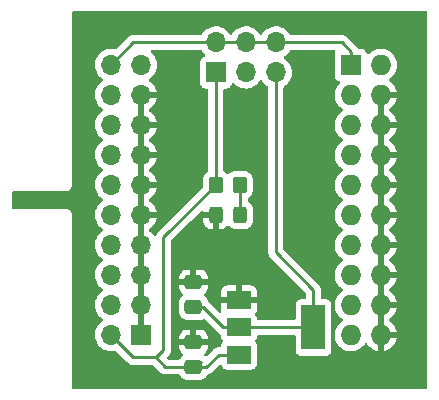
<source format=gbr>
G04 #@! TF.GenerationSoftware,KiCad,Pcbnew,(6.0.8)*
G04 #@! TF.CreationDate,2023-03-10T19:02:43+01:00*
G04 #@! TF.ProjectId,Jlink_power_supply,4a6c696e-6b5f-4706-9f77-65725f737570,rev?*
G04 #@! TF.SameCoordinates,Original*
G04 #@! TF.FileFunction,Copper,L1,Top*
G04 #@! TF.FilePolarity,Positive*
%FSLAX46Y46*%
G04 Gerber Fmt 4.6, Leading zero omitted, Abs format (unit mm)*
G04 Created by KiCad (PCBNEW (6.0.8)) date 2023-03-10 19:02:43*
%MOMM*%
%LPD*%
G01*
G04 APERTURE LIST*
G04 Aperture macros list*
%AMRoundRect*
0 Rectangle with rounded corners*
0 $1 Rounding radius*
0 $2 $3 $4 $5 $6 $7 $8 $9 X,Y pos of 4 corners*
0 Add a 4 corners polygon primitive as box body*
4,1,4,$2,$3,$4,$5,$6,$7,$8,$9,$2,$3,0*
0 Add four circle primitives for the rounded corners*
1,1,$1+$1,$2,$3*
1,1,$1+$1,$4,$5*
1,1,$1+$1,$6,$7*
1,1,$1+$1,$8,$9*
0 Add four rect primitives between the rounded corners*
20,1,$1+$1,$2,$3,$4,$5,0*
20,1,$1+$1,$4,$5,$6,$7,0*
20,1,$1+$1,$6,$7,$8,$9,0*
20,1,$1+$1,$8,$9,$2,$3,0*%
G04 Aperture macros list end*
G04 #@! TA.AperFunction,SMDPad,CuDef*
%ADD10R,2.000000X1.500000*%
G04 #@! TD*
G04 #@! TA.AperFunction,SMDPad,CuDef*
%ADD11R,2.000000X3.800000*%
G04 #@! TD*
G04 #@! TA.AperFunction,ComponentPad*
%ADD12R,1.727200X1.727200*%
G04 #@! TD*
G04 #@! TA.AperFunction,ComponentPad*
%ADD13O,1.727200X1.727200*%
G04 #@! TD*
G04 #@! TA.AperFunction,ComponentPad*
%ADD14R,1.700000X1.700000*%
G04 #@! TD*
G04 #@! TA.AperFunction,ComponentPad*
%ADD15O,1.700000X1.700000*%
G04 #@! TD*
G04 #@! TA.AperFunction,SMDPad,CuDef*
%ADD16RoundRect,0.250000X0.475000X-0.337500X0.475000X0.337500X-0.475000X0.337500X-0.475000X-0.337500X0*%
G04 #@! TD*
G04 #@! TA.AperFunction,SMDPad,CuDef*
%ADD17RoundRect,0.250000X-0.325000X-0.450000X0.325000X-0.450000X0.325000X0.450000X-0.325000X0.450000X0*%
G04 #@! TD*
G04 #@! TA.AperFunction,SMDPad,CuDef*
%ADD18RoundRect,0.250000X0.350000X0.450000X-0.350000X0.450000X-0.350000X-0.450000X0.350000X-0.450000X0*%
G04 #@! TD*
G04 #@! TA.AperFunction,ViaPad*
%ADD19C,0.800000*%
G04 #@! TD*
G04 #@! TA.AperFunction,Conductor*
%ADD20C,0.250000*%
G04 #@! TD*
G04 APERTURE END LIST*
D10*
X127685000Y-116445000D03*
D11*
X133985000Y-118745000D03*
D10*
X127685000Y-118745000D03*
X127685000Y-121045000D03*
D12*
X137160000Y-96520000D03*
D13*
X139700000Y-96520000D03*
X137160000Y-99060000D03*
X139700000Y-99060000D03*
X137160000Y-101600000D03*
X139700000Y-101600000D03*
X137160000Y-104140000D03*
X139700000Y-104140000D03*
X137160000Y-106680000D03*
X139700000Y-106680000D03*
X137160000Y-109220000D03*
X139700000Y-109220000D03*
X137160000Y-111760000D03*
X139700000Y-111760000D03*
X137160000Y-114300000D03*
X139700000Y-114300000D03*
X137160000Y-116840000D03*
X139700000Y-116840000D03*
X137160000Y-119380000D03*
X139700000Y-119380000D03*
D14*
X125730000Y-97155000D03*
D15*
X125730000Y-94615000D03*
X128270000Y-97155000D03*
X128270000Y-94615000D03*
X130810000Y-97155000D03*
X130810000Y-94615000D03*
D16*
X123825000Y-117010000D03*
X123825000Y-114935000D03*
X123825000Y-122090000D03*
X123825000Y-120015000D03*
D17*
X125730000Y-109220000D03*
X127780000Y-109220000D03*
D18*
X127730000Y-106680000D03*
X125730000Y-106680000D03*
D14*
X119380000Y-119380000D03*
D15*
X116840000Y-119380000D03*
X119380000Y-116840000D03*
X116840000Y-116840000D03*
X119380000Y-114300000D03*
X116840000Y-114300000D03*
X119380000Y-111760000D03*
X116840000Y-111760000D03*
X119380000Y-109220000D03*
X116840000Y-109220000D03*
X119380000Y-106680000D03*
X116840000Y-106680000D03*
X119380000Y-104140000D03*
X116840000Y-104140000D03*
X119380000Y-101600000D03*
X116840000Y-101600000D03*
X119380000Y-99060000D03*
X116840000Y-99060000D03*
X119380000Y-96520000D03*
X116840000Y-96520000D03*
D19*
X128905000Y-114300000D03*
D20*
X136368600Y-94615000D02*
X132012081Y-94615000D01*
X137160000Y-95406400D02*
X136368600Y-94615000D01*
X118745000Y-94615000D02*
X125730000Y-94615000D01*
X125730000Y-94615000D02*
X128270000Y-94615000D01*
X137160000Y-96520000D02*
X137160000Y-95406400D01*
X132012081Y-94615000D02*
X130810000Y-94615000D01*
X128270000Y-94615000D02*
X130810000Y-94615000D01*
X116840000Y-96520000D02*
X118745000Y-94615000D01*
X125730000Y-97155000D02*
X125730000Y-106680000D01*
X120650000Y-121285000D02*
X118745000Y-121285000D01*
X124925000Y-122090000D02*
X125970000Y-121045000D01*
X124227500Y-121687500D02*
X124460000Y-121687500D01*
X118745000Y-121285000D02*
X116840000Y-119380000D01*
X121285000Y-120650000D02*
X120650000Y-121285000D01*
X125730000Y-106680000D02*
X121285000Y-111125000D01*
X123825000Y-122090000D02*
X124925000Y-122090000D01*
X125970000Y-121045000D02*
X127685000Y-121045000D01*
X121285000Y-111125000D02*
X121285000Y-120650000D01*
X121455000Y-122090000D02*
X120650000Y-121285000D01*
X123825000Y-122090000D02*
X121455000Y-122090000D01*
X133985000Y-118745000D02*
X127685000Y-118745000D01*
X126365000Y-118745000D02*
X124630000Y-117010000D01*
X133985000Y-118745000D02*
X133985000Y-115570000D01*
X127685000Y-118745000D02*
X126365000Y-118745000D01*
X133985000Y-115570000D02*
X130810000Y-112395000D01*
X130810000Y-112395000D02*
X130810000Y-97155000D01*
X124630000Y-117010000D02*
X123825000Y-117010000D01*
X128000000Y-109195000D02*
X128025000Y-109220000D01*
X127780000Y-106730000D02*
X127780000Y-109220000D01*
X127730000Y-106680000D02*
X127780000Y-106730000D01*
G04 #@! TA.AperFunction,Conductor*
G36*
X143578621Y-91968502D02*
G01*
X143625114Y-92022158D01*
X143636500Y-92074500D01*
X143636500Y-123825500D01*
X143616498Y-123893621D01*
X143562842Y-123940114D01*
X143510500Y-123951500D01*
X113664500Y-123951500D01*
X113596379Y-123931498D01*
X113549886Y-123877842D01*
X113538500Y-123825500D01*
X113538500Y-119346695D01*
X115477251Y-119346695D01*
X115477548Y-119351848D01*
X115477548Y-119351851D01*
X115479171Y-119380000D01*
X115490110Y-119569715D01*
X115491247Y-119574761D01*
X115491248Y-119574767D01*
X115502031Y-119622614D01*
X115539222Y-119787639D01*
X115623266Y-119994616D01*
X115739987Y-120185088D01*
X115886250Y-120353938D01*
X116058126Y-120496632D01*
X116251000Y-120609338D01*
X116255825Y-120611180D01*
X116255826Y-120611181D01*
X116274121Y-120618167D01*
X116459692Y-120689030D01*
X116464760Y-120690061D01*
X116464763Y-120690062D01*
X116526803Y-120702684D01*
X116678597Y-120733567D01*
X116683772Y-120733757D01*
X116683774Y-120733757D01*
X116896673Y-120741564D01*
X116896677Y-120741564D01*
X116901837Y-120741753D01*
X116906957Y-120741097D01*
X116906959Y-120741097D01*
X117118288Y-120714025D01*
X117118289Y-120714025D01*
X117123416Y-120713368D01*
X117128367Y-120711883D01*
X117128370Y-120711882D01*
X117169829Y-120699444D01*
X117240825Y-120699028D01*
X117295129Y-120731033D01*
X118241359Y-121677264D01*
X118248888Y-121685538D01*
X118253000Y-121692018D01*
X118258777Y-121697443D01*
X118302651Y-121738643D01*
X118305493Y-121741398D01*
X118325230Y-121761135D01*
X118328427Y-121763615D01*
X118337447Y-121771318D01*
X118369679Y-121801586D01*
X118376625Y-121805405D01*
X118376628Y-121805407D01*
X118387434Y-121811348D01*
X118403953Y-121822199D01*
X118419959Y-121834614D01*
X118427228Y-121837759D01*
X118427232Y-121837762D01*
X118460537Y-121852174D01*
X118471187Y-121857391D01*
X118509940Y-121878695D01*
X118517615Y-121880666D01*
X118517616Y-121880666D01*
X118529562Y-121883733D01*
X118548267Y-121890137D01*
X118566855Y-121898181D01*
X118574678Y-121899420D01*
X118574688Y-121899423D01*
X118610524Y-121905099D01*
X118622144Y-121907505D01*
X118649289Y-121914474D01*
X118664970Y-121918500D01*
X118685224Y-121918500D01*
X118704934Y-121920051D01*
X118724943Y-121923220D01*
X118732835Y-121922474D01*
X118768961Y-121919059D01*
X118780819Y-121918500D01*
X120335405Y-121918500D01*
X120403526Y-121938502D01*
X120424501Y-121955405D01*
X120951353Y-122482258D01*
X120958887Y-122490537D01*
X120963000Y-122497018D01*
X120984095Y-122516827D01*
X121012651Y-122543643D01*
X121015493Y-122546398D01*
X121035230Y-122566135D01*
X121038427Y-122568615D01*
X121047447Y-122576318D01*
X121079679Y-122606586D01*
X121086625Y-122610405D01*
X121086628Y-122610407D01*
X121097434Y-122616348D01*
X121113953Y-122627199D01*
X121129959Y-122639614D01*
X121137228Y-122642759D01*
X121137232Y-122642762D01*
X121170537Y-122657174D01*
X121181187Y-122662391D01*
X121219940Y-122683695D01*
X121227615Y-122685666D01*
X121227616Y-122685666D01*
X121239562Y-122688733D01*
X121258267Y-122695137D01*
X121276855Y-122703181D01*
X121284678Y-122704420D01*
X121284688Y-122704423D01*
X121320524Y-122710099D01*
X121332144Y-122712505D01*
X121363959Y-122720673D01*
X121374970Y-122723500D01*
X121395224Y-122723500D01*
X121414934Y-122725051D01*
X121434943Y-122728220D01*
X121442835Y-122727474D01*
X121478961Y-122724059D01*
X121490819Y-122723500D01*
X122570954Y-122723500D01*
X122639075Y-122743502D01*
X122678098Y-122783197D01*
X122751522Y-122901848D01*
X122876697Y-123026805D01*
X122882927Y-123030645D01*
X122882928Y-123030646D01*
X123020090Y-123115194D01*
X123027262Y-123119615D01*
X123107005Y-123146064D01*
X123188611Y-123173132D01*
X123188613Y-123173132D01*
X123195139Y-123175297D01*
X123201975Y-123175997D01*
X123201978Y-123175998D01*
X123245031Y-123180409D01*
X123299600Y-123186000D01*
X124350400Y-123186000D01*
X124353646Y-123185663D01*
X124353650Y-123185663D01*
X124449308Y-123175738D01*
X124449312Y-123175737D01*
X124456166Y-123175026D01*
X124462702Y-123172845D01*
X124462704Y-123172845D01*
X124594806Y-123128772D01*
X124623946Y-123119050D01*
X124774348Y-123025978D01*
X124899305Y-122900803D01*
X124980649Y-122768840D01*
X125033422Y-122721346D01*
X125072112Y-122709950D01*
X125083797Y-122708474D01*
X125091168Y-122705555D01*
X125091170Y-122705555D01*
X125124912Y-122692196D01*
X125136142Y-122688351D01*
X125170983Y-122678229D01*
X125170984Y-122678229D01*
X125178593Y-122676018D01*
X125185412Y-122671985D01*
X125185417Y-122671983D01*
X125196028Y-122665707D01*
X125213776Y-122657012D01*
X125232617Y-122649552D01*
X125268387Y-122623564D01*
X125278307Y-122617048D01*
X125309535Y-122598580D01*
X125309538Y-122598578D01*
X125316362Y-122594542D01*
X125330683Y-122580221D01*
X125345717Y-122567380D01*
X125355694Y-122560131D01*
X125362107Y-122555472D01*
X125390298Y-122521395D01*
X125398288Y-122512616D01*
X125996430Y-121914474D01*
X126058742Y-121880448D01*
X126129557Y-121885513D01*
X126186393Y-121928060D01*
X126203507Y-121959339D01*
X126234385Y-122041705D01*
X126321739Y-122158261D01*
X126438295Y-122245615D01*
X126574684Y-122296745D01*
X126636866Y-122303500D01*
X128733134Y-122303500D01*
X128795316Y-122296745D01*
X128931705Y-122245615D01*
X129048261Y-122158261D01*
X129135615Y-122041705D01*
X129186745Y-121905316D01*
X129193500Y-121843134D01*
X129193500Y-120246866D01*
X129186745Y-120184684D01*
X129135615Y-120048295D01*
X129103297Y-120005173D01*
X129077360Y-119970565D01*
X129052512Y-119904058D01*
X129067565Y-119834676D01*
X129077360Y-119819435D01*
X129130229Y-119748892D01*
X129130230Y-119748890D01*
X129135615Y-119741705D01*
X129186745Y-119605316D01*
X129193500Y-119543134D01*
X129193500Y-119504500D01*
X129213502Y-119436379D01*
X129267158Y-119389886D01*
X129319500Y-119378500D01*
X132350500Y-119378500D01*
X132418621Y-119398502D01*
X132465114Y-119452158D01*
X132476500Y-119504500D01*
X132476500Y-120693134D01*
X132483255Y-120755316D01*
X132534385Y-120891705D01*
X132621739Y-121008261D01*
X132738295Y-121095615D01*
X132874684Y-121146745D01*
X132936866Y-121153500D01*
X135033134Y-121153500D01*
X135095316Y-121146745D01*
X135231705Y-121095615D01*
X135348261Y-121008261D01*
X135435615Y-120891705D01*
X135486745Y-120755316D01*
X135493500Y-120693134D01*
X135493500Y-116796866D01*
X135486745Y-116734684D01*
X135435615Y-116598295D01*
X135348261Y-116481739D01*
X135231705Y-116394385D01*
X135095316Y-116343255D01*
X135033134Y-116336500D01*
X134744500Y-116336500D01*
X134676379Y-116316498D01*
X134629886Y-116262842D01*
X134618500Y-116210500D01*
X134618500Y-115648767D01*
X134619027Y-115637584D01*
X134620702Y-115630091D01*
X134619834Y-115602462D01*
X134618562Y-115562014D01*
X134618500Y-115558055D01*
X134618500Y-115530144D01*
X134617995Y-115526144D01*
X134617062Y-115514301D01*
X134616426Y-115494047D01*
X134615673Y-115470111D01*
X134610021Y-115450657D01*
X134606013Y-115431300D01*
X134604468Y-115419070D01*
X134604468Y-115419069D01*
X134603474Y-115411203D01*
X134600555Y-115403830D01*
X134587196Y-115370088D01*
X134583351Y-115358858D01*
X134573229Y-115324017D01*
X134573229Y-115324016D01*
X134571018Y-115316407D01*
X134566985Y-115309588D01*
X134566983Y-115309583D01*
X134560707Y-115298972D01*
X134552012Y-115281224D01*
X134544552Y-115262383D01*
X134518564Y-115226613D01*
X134512048Y-115216693D01*
X134493580Y-115185465D01*
X134493578Y-115185462D01*
X134489542Y-115178638D01*
X134475221Y-115164317D01*
X134462380Y-115149283D01*
X134455131Y-115139306D01*
X134450472Y-115132893D01*
X134416395Y-115104702D01*
X134407616Y-115096712D01*
X131480405Y-112169500D01*
X131446379Y-112107188D01*
X131443500Y-112080405D01*
X131443500Y-98435427D01*
X131463502Y-98367306D01*
X131504618Y-98327550D01*
X131507994Y-98325896D01*
X131689860Y-98196173D01*
X131848096Y-98038489D01*
X131958141Y-97885345D01*
X131975435Y-97861277D01*
X131978453Y-97857077D01*
X131985839Y-97842134D01*
X132075136Y-97661453D01*
X132075137Y-97661451D01*
X132077430Y-97656811D01*
X132109900Y-97549940D01*
X132140865Y-97448023D01*
X132140865Y-97448021D01*
X132142370Y-97443069D01*
X132171529Y-97221590D01*
X132171611Y-97218240D01*
X132173074Y-97158365D01*
X132173074Y-97158361D01*
X132173156Y-97155000D01*
X132154852Y-96932361D01*
X132100431Y-96715702D01*
X132011354Y-96510840D01*
X131890014Y-96323277D01*
X131739670Y-96158051D01*
X131735619Y-96154852D01*
X131735615Y-96154848D01*
X131568414Y-96022800D01*
X131568410Y-96022798D01*
X131564359Y-96019598D01*
X131523053Y-95996796D01*
X131473084Y-95946364D01*
X131458312Y-95876921D01*
X131483428Y-95810516D01*
X131510780Y-95783909D01*
X131554603Y-95752650D01*
X131689860Y-95656173D01*
X131848096Y-95498489D01*
X131907755Y-95415465D01*
X131975435Y-95321277D01*
X131978453Y-95317077D01*
X131980746Y-95312437D01*
X131982446Y-95309608D01*
X132034674Y-95261518D01*
X132090451Y-95248500D01*
X135724416Y-95248500D01*
X135792537Y-95268502D01*
X135839030Y-95322158D01*
X135849134Y-95392432D01*
X135842398Y-95418729D01*
X135794655Y-95546084D01*
X135787900Y-95608266D01*
X135787900Y-97431734D01*
X135794655Y-97493916D01*
X135845785Y-97630305D01*
X135933139Y-97746861D01*
X136049695Y-97834215D01*
X136058103Y-97837367D01*
X136153446Y-97873110D01*
X136210210Y-97915752D01*
X136234910Y-97982314D01*
X136219702Y-98051662D01*
X136200312Y-98078140D01*
X136090024Y-98193550D01*
X135962878Y-98379940D01*
X135960704Y-98384624D01*
X135960702Y-98384627D01*
X135874015Y-98571379D01*
X135867881Y-98584593D01*
X135807585Y-98802013D01*
X135783609Y-99026362D01*
X135783906Y-99031514D01*
X135783906Y-99031518D01*
X135794692Y-99218574D01*
X135796597Y-99251614D01*
X135797734Y-99256660D01*
X135797735Y-99256666D01*
X135811978Y-99319865D01*
X135846200Y-99471720D01*
X135848142Y-99476502D01*
X135848143Y-99476506D01*
X135929142Y-99675982D01*
X135931086Y-99680769D01*
X135933785Y-99685173D01*
X136041341Y-99860689D01*
X136048975Y-99873147D01*
X136196702Y-100043687D01*
X136370299Y-100187810D01*
X136374751Y-100190412D01*
X136374756Y-100190415D01*
X136424069Y-100219231D01*
X136472792Y-100270870D01*
X136485863Y-100340653D01*
X136459131Y-100406425D01*
X136428595Y-100433783D01*
X136426335Y-100434960D01*
X136245905Y-100570430D01*
X136090024Y-100733550D01*
X135962878Y-100919940D01*
X135960704Y-100924624D01*
X135960702Y-100924627D01*
X135943905Y-100960814D01*
X135867881Y-101124593D01*
X135807585Y-101342013D01*
X135783609Y-101566362D01*
X135783906Y-101571514D01*
X135783906Y-101571518D01*
X135794692Y-101758574D01*
X135796597Y-101791614D01*
X135797734Y-101796660D01*
X135797735Y-101796666D01*
X135811978Y-101859865D01*
X135846200Y-102011720D01*
X135848142Y-102016502D01*
X135848143Y-102016506D01*
X135929142Y-102215982D01*
X135931086Y-102220769D01*
X135933785Y-102225173D01*
X136041341Y-102400689D01*
X136048975Y-102413147D01*
X136196702Y-102583687D01*
X136370299Y-102727810D01*
X136374751Y-102730412D01*
X136374756Y-102730415D01*
X136424069Y-102759231D01*
X136472792Y-102810870D01*
X136485863Y-102880653D01*
X136459131Y-102946425D01*
X136428595Y-102973783D01*
X136426335Y-102974960D01*
X136245905Y-103110430D01*
X136090024Y-103273550D01*
X135962878Y-103459940D01*
X135960704Y-103464624D01*
X135960702Y-103464627D01*
X135943905Y-103500814D01*
X135867881Y-103664593D01*
X135807585Y-103882013D01*
X135783609Y-104106362D01*
X135783906Y-104111514D01*
X135783906Y-104111518D01*
X135794692Y-104298574D01*
X135796597Y-104331614D01*
X135797734Y-104336660D01*
X135797735Y-104336666D01*
X135811978Y-104399865D01*
X135846200Y-104551720D01*
X135848142Y-104556502D01*
X135848143Y-104556506D01*
X135929142Y-104755982D01*
X135931086Y-104760769D01*
X135933785Y-104765173D01*
X136041341Y-104940689D01*
X136048975Y-104953147D01*
X136196702Y-105123687D01*
X136370299Y-105267810D01*
X136374751Y-105270412D01*
X136374756Y-105270415D01*
X136424069Y-105299231D01*
X136472792Y-105350870D01*
X136485863Y-105420653D01*
X136459131Y-105486425D01*
X136428595Y-105513783D01*
X136426335Y-105514960D01*
X136378852Y-105550611D01*
X136265303Y-105635866D01*
X136245905Y-105650430D01*
X136090024Y-105813550D01*
X135962878Y-105999940D01*
X135960704Y-106004624D01*
X135960702Y-106004627D01*
X135876085Y-106186920D01*
X135867881Y-106204593D01*
X135807585Y-106422013D01*
X135783609Y-106646362D01*
X135783906Y-106651514D01*
X135783906Y-106651518D01*
X135793698Y-106821332D01*
X135796597Y-106871614D01*
X135797734Y-106876660D01*
X135797735Y-106876666D01*
X135811978Y-106939865D01*
X135846200Y-107091720D01*
X135848142Y-107096502D01*
X135848143Y-107096506D01*
X135929142Y-107295982D01*
X135931086Y-107300769D01*
X135947249Y-107327145D01*
X136041341Y-107480689D01*
X136048975Y-107493147D01*
X136196702Y-107663687D01*
X136370299Y-107807810D01*
X136374751Y-107810412D01*
X136374756Y-107810415D01*
X136424069Y-107839231D01*
X136472792Y-107890870D01*
X136485863Y-107960653D01*
X136459131Y-108026425D01*
X136428595Y-108053783D01*
X136426335Y-108054960D01*
X136336884Y-108122121D01*
X136265303Y-108175866D01*
X136245905Y-108190430D01*
X136227330Y-108209868D01*
X136101230Y-108341824D01*
X136090024Y-108353550D01*
X135962878Y-108539940D01*
X135960704Y-108544624D01*
X135960702Y-108544627D01*
X135870186Y-108739628D01*
X135867881Y-108744593D01*
X135807585Y-108962013D01*
X135783609Y-109186362D01*
X135783906Y-109191514D01*
X135783906Y-109191518D01*
X135789569Y-109289721D01*
X135796597Y-109411614D01*
X135797734Y-109416660D01*
X135797735Y-109416666D01*
X135815790Y-109496782D01*
X135846200Y-109631720D01*
X135848142Y-109636502D01*
X135848143Y-109636506D01*
X135929142Y-109835982D01*
X135931086Y-109840769D01*
X135933785Y-109845173D01*
X136041341Y-110020689D01*
X136048975Y-110033147D01*
X136196702Y-110203687D01*
X136370299Y-110347810D01*
X136374751Y-110350412D01*
X136374756Y-110350415D01*
X136424069Y-110379231D01*
X136472792Y-110430870D01*
X136485863Y-110500653D01*
X136459131Y-110566425D01*
X136428595Y-110593783D01*
X136426335Y-110594960D01*
X136386861Y-110624598D01*
X136268960Y-110713120D01*
X136245905Y-110730430D01*
X136090024Y-110893550D01*
X135962878Y-111079940D01*
X135960704Y-111084624D01*
X135960702Y-111084627D01*
X135946214Y-111115840D01*
X135867881Y-111284593D01*
X135807585Y-111502013D01*
X135783609Y-111726362D01*
X135783906Y-111731514D01*
X135783906Y-111731518D01*
X135794692Y-111918574D01*
X135796597Y-111951614D01*
X135797734Y-111956660D01*
X135797735Y-111956666D01*
X135811978Y-112019865D01*
X135846200Y-112171720D01*
X135848142Y-112176502D01*
X135848143Y-112176506D01*
X135929142Y-112375982D01*
X135931086Y-112380769D01*
X135966642Y-112438791D01*
X136041636Y-112561170D01*
X136048975Y-112573147D01*
X136196702Y-112743687D01*
X136370299Y-112887810D01*
X136374751Y-112890412D01*
X136374756Y-112890415D01*
X136424069Y-112919231D01*
X136472792Y-112970870D01*
X136485863Y-113040653D01*
X136459131Y-113106425D01*
X136428595Y-113133783D01*
X136426335Y-113134960D01*
X136245905Y-113270430D01*
X136227330Y-113289868D01*
X136101166Y-113421891D01*
X136090024Y-113433550D01*
X135962878Y-113619940D01*
X135960704Y-113624624D01*
X135960702Y-113624627D01*
X135946214Y-113655840D01*
X135867881Y-113824593D01*
X135807585Y-114042013D01*
X135783609Y-114266362D01*
X135783906Y-114271514D01*
X135783906Y-114271518D01*
X135793327Y-114434900D01*
X135796597Y-114491614D01*
X135797734Y-114496660D01*
X135797735Y-114496666D01*
X135811978Y-114559865D01*
X135846200Y-114711720D01*
X135848142Y-114716502D01*
X135848143Y-114716506D01*
X135929142Y-114915982D01*
X135931086Y-114920769D01*
X135933785Y-114925173D01*
X136041341Y-115100689D01*
X136048975Y-115113147D01*
X136196702Y-115283687D01*
X136370299Y-115427810D01*
X136374751Y-115430412D01*
X136374756Y-115430415D01*
X136424069Y-115459231D01*
X136472792Y-115510870D01*
X136485863Y-115580653D01*
X136459131Y-115646425D01*
X136428595Y-115673783D01*
X136426335Y-115674960D01*
X136245905Y-115810430D01*
X136227330Y-115829868D01*
X136101166Y-115961891D01*
X136090024Y-115973550D01*
X135962878Y-116159940D01*
X135960704Y-116164624D01*
X135960702Y-116164627D01*
X135871541Y-116356709D01*
X135867881Y-116364593D01*
X135807585Y-116582013D01*
X135783609Y-116806362D01*
X135783906Y-116811514D01*
X135783906Y-116811518D01*
X135794692Y-116998574D01*
X135796597Y-117031614D01*
X135797734Y-117036660D01*
X135797735Y-117036666D01*
X135811978Y-117099865D01*
X135846200Y-117251720D01*
X135848142Y-117256502D01*
X135848143Y-117256506D01*
X135929142Y-117455982D01*
X135931086Y-117460769D01*
X135953171Y-117496808D01*
X136041341Y-117640689D01*
X136048975Y-117653147D01*
X136196702Y-117823687D01*
X136319881Y-117925952D01*
X136366286Y-117964478D01*
X136370299Y-117967810D01*
X136374751Y-117970412D01*
X136374756Y-117970415D01*
X136424069Y-117999231D01*
X136472792Y-118050870D01*
X136485863Y-118120653D01*
X136459131Y-118186425D01*
X136428595Y-118213783D01*
X136426335Y-118214960D01*
X136245905Y-118350430D01*
X136090024Y-118513550D01*
X135962878Y-118699940D01*
X135960704Y-118704624D01*
X135960702Y-118704627D01*
X135946214Y-118735840D01*
X135867881Y-118904593D01*
X135807585Y-119122013D01*
X135783609Y-119346362D01*
X135783906Y-119351514D01*
X135783906Y-119351518D01*
X135789709Y-119452158D01*
X135796597Y-119571614D01*
X135797734Y-119576660D01*
X135797735Y-119576666D01*
X135811978Y-119639865D01*
X135846200Y-119791720D01*
X135848142Y-119796502D01*
X135848143Y-119796506D01*
X135929142Y-119995982D01*
X135931086Y-120000769D01*
X135933785Y-120005173D01*
X136041341Y-120180689D01*
X136048975Y-120193147D01*
X136196702Y-120363687D01*
X136370299Y-120507810D01*
X136374751Y-120510412D01*
X136374756Y-120510415D01*
X136503483Y-120585637D01*
X136565103Y-120621645D01*
X136775884Y-120702134D01*
X136780952Y-120703165D01*
X136780955Y-120703166D01*
X136874024Y-120722101D01*
X136996981Y-120747117D01*
X137002156Y-120747307D01*
X137002158Y-120747307D01*
X137217292Y-120755196D01*
X137217296Y-120755196D01*
X137222456Y-120755385D01*
X137227576Y-120754729D01*
X137227578Y-120754729D01*
X137296985Y-120745838D01*
X137446253Y-120726716D01*
X137451202Y-120725231D01*
X137451208Y-120725230D01*
X137657413Y-120663365D01*
X137657412Y-120663365D01*
X137662363Y-120661880D01*
X137774936Y-120606731D01*
X137860331Y-120564897D01*
X137860336Y-120564894D01*
X137864982Y-120562618D01*
X137869192Y-120559615D01*
X137869197Y-120559612D01*
X138044455Y-120434601D01*
X138044459Y-120434597D01*
X138048667Y-120431596D01*
X138208487Y-120272333D01*
X138329686Y-120103667D01*
X138385680Y-120060019D01*
X138456384Y-120053573D01*
X138519348Y-120086376D01*
X138539441Y-120111358D01*
X138586682Y-120188448D01*
X138592765Y-120196759D01*
X138733665Y-120359417D01*
X138741032Y-120366633D01*
X138906606Y-120504095D01*
X138915053Y-120510010D01*
X139100859Y-120618586D01*
X139110146Y-120623036D01*
X139311198Y-120699810D01*
X139321091Y-120702684D01*
X139428248Y-120724485D01*
X139442300Y-120723290D01*
X139446000Y-120712945D01*
X139446000Y-120712229D01*
X139954000Y-120712229D01*
X139958064Y-120726071D01*
X139971479Y-120728105D01*
X139981025Y-120726882D01*
X139991095Y-120724742D01*
X140197225Y-120662900D01*
X140206832Y-120659134D01*
X140400076Y-120564464D01*
X140408934Y-120559185D01*
X140584141Y-120434211D01*
X140592003Y-120427567D01*
X140744445Y-120275656D01*
X140751122Y-120267811D01*
X140876702Y-120093047D01*
X140882013Y-120084208D01*
X140977358Y-119891292D01*
X140981156Y-119881699D01*
X141043716Y-119675791D01*
X141045893Y-119665721D01*
X141047705Y-119651960D01*
X141045493Y-119637778D01*
X141032336Y-119634000D01*
X139972115Y-119634000D01*
X139956876Y-119638475D01*
X139955671Y-119639865D01*
X139954000Y-119647548D01*
X139954000Y-120712229D01*
X139446000Y-120712229D01*
X139446000Y-119107885D01*
X139954000Y-119107885D01*
X139958475Y-119123124D01*
X139959865Y-119124329D01*
X139967548Y-119126000D01*
X141032367Y-119126000D01*
X141045898Y-119122027D01*
X141047203Y-119112947D01*
X141004133Y-118941477D01*
X141000813Y-118931726D01*
X140914999Y-118734365D01*
X140910133Y-118725290D01*
X140793239Y-118544601D01*
X140786947Y-118536430D01*
X140642113Y-118377260D01*
X140634580Y-118370234D01*
X140465691Y-118236855D01*
X140457108Y-118231153D01*
X140437599Y-118220383D01*
X140387628Y-118169950D01*
X140372856Y-118100507D01*
X140397972Y-118034102D01*
X140425323Y-118007496D01*
X140584133Y-117894217D01*
X140592003Y-117887567D01*
X140744445Y-117735656D01*
X140751122Y-117727811D01*
X140876702Y-117553047D01*
X140882013Y-117544208D01*
X140977358Y-117351292D01*
X140981156Y-117341699D01*
X141043716Y-117135791D01*
X141045893Y-117125721D01*
X141047705Y-117111960D01*
X141045493Y-117097778D01*
X141032336Y-117094000D01*
X139972115Y-117094000D01*
X139956876Y-117098475D01*
X139955671Y-117099865D01*
X139954000Y-117107548D01*
X139954000Y-119107885D01*
X139446000Y-119107885D01*
X139446000Y-116567885D01*
X139954000Y-116567885D01*
X139958475Y-116583124D01*
X139959865Y-116584329D01*
X139967548Y-116586000D01*
X141032367Y-116586000D01*
X141045898Y-116582027D01*
X141047203Y-116572947D01*
X141004133Y-116401477D01*
X141000813Y-116391726D01*
X140914999Y-116194365D01*
X140910133Y-116185290D01*
X140793239Y-116004601D01*
X140786947Y-115996430D01*
X140642113Y-115837260D01*
X140634580Y-115830234D01*
X140465691Y-115696855D01*
X140457108Y-115691153D01*
X140437599Y-115680383D01*
X140387628Y-115629950D01*
X140372856Y-115560507D01*
X140397972Y-115494102D01*
X140425323Y-115467496D01*
X140584133Y-115354217D01*
X140592003Y-115347567D01*
X140744445Y-115195656D01*
X140751122Y-115187811D01*
X140876702Y-115013047D01*
X140882013Y-115004208D01*
X140977358Y-114811292D01*
X140981156Y-114801699D01*
X141043716Y-114595791D01*
X141045893Y-114585721D01*
X141047705Y-114571960D01*
X141045493Y-114557778D01*
X141032336Y-114554000D01*
X139972115Y-114554000D01*
X139956876Y-114558475D01*
X139955671Y-114559865D01*
X139954000Y-114567548D01*
X139954000Y-116567885D01*
X139446000Y-116567885D01*
X139446000Y-114027885D01*
X139954000Y-114027885D01*
X139958475Y-114043124D01*
X139959865Y-114044329D01*
X139967548Y-114046000D01*
X141032367Y-114046000D01*
X141045898Y-114042027D01*
X141047203Y-114032947D01*
X141004133Y-113861477D01*
X141000813Y-113851726D01*
X140914999Y-113654365D01*
X140910133Y-113645290D01*
X140793239Y-113464601D01*
X140786947Y-113456430D01*
X140642113Y-113297260D01*
X140634580Y-113290234D01*
X140465691Y-113156855D01*
X140457108Y-113151153D01*
X140437599Y-113140383D01*
X140387628Y-113089950D01*
X140372856Y-113020507D01*
X140397972Y-112954102D01*
X140425323Y-112927496D01*
X140584133Y-112814217D01*
X140592003Y-112807567D01*
X140744445Y-112655656D01*
X140751122Y-112647811D01*
X140876702Y-112473047D01*
X140882013Y-112464208D01*
X140977358Y-112271292D01*
X140981156Y-112261699D01*
X141043716Y-112055791D01*
X141045893Y-112045721D01*
X141047705Y-112031960D01*
X141045493Y-112017778D01*
X141032336Y-112014000D01*
X139972115Y-112014000D01*
X139956876Y-112018475D01*
X139955671Y-112019865D01*
X139954000Y-112027548D01*
X139954000Y-114027885D01*
X139446000Y-114027885D01*
X139446000Y-111487885D01*
X139954000Y-111487885D01*
X139958475Y-111503124D01*
X139959865Y-111504329D01*
X139967548Y-111506000D01*
X141032367Y-111506000D01*
X141045898Y-111502027D01*
X141047203Y-111492947D01*
X141004133Y-111321477D01*
X141000813Y-111311726D01*
X140914999Y-111114365D01*
X140910133Y-111105290D01*
X140793239Y-110924601D01*
X140786947Y-110916430D01*
X140642113Y-110757260D01*
X140634580Y-110750234D01*
X140465691Y-110616855D01*
X140457108Y-110611153D01*
X140437599Y-110600383D01*
X140387628Y-110549950D01*
X140372856Y-110480507D01*
X140397972Y-110414102D01*
X140425323Y-110387496D01*
X140584133Y-110274217D01*
X140592003Y-110267567D01*
X140744445Y-110115656D01*
X140751122Y-110107811D01*
X140876702Y-109933047D01*
X140882013Y-109924208D01*
X140977358Y-109731292D01*
X140981156Y-109721699D01*
X141043716Y-109515791D01*
X141045893Y-109505721D01*
X141047705Y-109491960D01*
X141045493Y-109477778D01*
X141032336Y-109474000D01*
X139972115Y-109474000D01*
X139956876Y-109478475D01*
X139955671Y-109479865D01*
X139954000Y-109487548D01*
X139954000Y-111487885D01*
X139446000Y-111487885D01*
X139446000Y-108947885D01*
X139954000Y-108947885D01*
X139958475Y-108963124D01*
X139959865Y-108964329D01*
X139967548Y-108966000D01*
X141032367Y-108966000D01*
X141045898Y-108962027D01*
X141047203Y-108952947D01*
X141004133Y-108781477D01*
X141000813Y-108771726D01*
X140914999Y-108574365D01*
X140910133Y-108565290D01*
X140793239Y-108384601D01*
X140786947Y-108376430D01*
X140642113Y-108217260D01*
X140634580Y-108210234D01*
X140465691Y-108076855D01*
X140457108Y-108071153D01*
X140437599Y-108060383D01*
X140387628Y-108009950D01*
X140372856Y-107940507D01*
X140397972Y-107874102D01*
X140425323Y-107847496D01*
X140584133Y-107734217D01*
X140592003Y-107727567D01*
X140744445Y-107575656D01*
X140751122Y-107567811D01*
X140876702Y-107393047D01*
X140882013Y-107384208D01*
X140977358Y-107191292D01*
X140981156Y-107181699D01*
X141043716Y-106975791D01*
X141045893Y-106965721D01*
X141047705Y-106951960D01*
X141045493Y-106937778D01*
X141032336Y-106934000D01*
X139972115Y-106934000D01*
X139956876Y-106938475D01*
X139955671Y-106939865D01*
X139954000Y-106947548D01*
X139954000Y-108947885D01*
X139446000Y-108947885D01*
X139446000Y-106407885D01*
X139954000Y-106407885D01*
X139958475Y-106423124D01*
X139959865Y-106424329D01*
X139967548Y-106426000D01*
X141032367Y-106426000D01*
X141045898Y-106422027D01*
X141047203Y-106412947D01*
X141004133Y-106241477D01*
X141000813Y-106231726D01*
X140914999Y-106034365D01*
X140910133Y-106025290D01*
X140793239Y-105844601D01*
X140786947Y-105836430D01*
X140642113Y-105677260D01*
X140634580Y-105670234D01*
X140465691Y-105536855D01*
X140457108Y-105531153D01*
X140437599Y-105520383D01*
X140387628Y-105469950D01*
X140372856Y-105400507D01*
X140397972Y-105334102D01*
X140425323Y-105307496D01*
X140584133Y-105194217D01*
X140592003Y-105187567D01*
X140744445Y-105035656D01*
X140751122Y-105027811D01*
X140876702Y-104853047D01*
X140882013Y-104844208D01*
X140977358Y-104651292D01*
X140981156Y-104641699D01*
X141043716Y-104435791D01*
X141045893Y-104425721D01*
X141047705Y-104411960D01*
X141045493Y-104397778D01*
X141032336Y-104394000D01*
X139972115Y-104394000D01*
X139956876Y-104398475D01*
X139955671Y-104399865D01*
X139954000Y-104407548D01*
X139954000Y-106407885D01*
X139446000Y-106407885D01*
X139446000Y-103867885D01*
X139954000Y-103867885D01*
X139958475Y-103883124D01*
X139959865Y-103884329D01*
X139967548Y-103886000D01*
X141032367Y-103886000D01*
X141045898Y-103882027D01*
X141047203Y-103872947D01*
X141004133Y-103701477D01*
X141000813Y-103691726D01*
X140914999Y-103494365D01*
X140910133Y-103485290D01*
X140793239Y-103304601D01*
X140786947Y-103296430D01*
X140642113Y-103137260D01*
X140634580Y-103130234D01*
X140465691Y-102996855D01*
X140457108Y-102991153D01*
X140437599Y-102980383D01*
X140387628Y-102929950D01*
X140372856Y-102860507D01*
X140397972Y-102794102D01*
X140425323Y-102767496D01*
X140584133Y-102654217D01*
X140592003Y-102647567D01*
X140744445Y-102495656D01*
X140751122Y-102487811D01*
X140876702Y-102313047D01*
X140882013Y-102304208D01*
X140977358Y-102111292D01*
X140981156Y-102101699D01*
X141043716Y-101895791D01*
X141045893Y-101885721D01*
X141047705Y-101871960D01*
X141045493Y-101857778D01*
X141032336Y-101854000D01*
X139972115Y-101854000D01*
X139956876Y-101858475D01*
X139955671Y-101859865D01*
X139954000Y-101867548D01*
X139954000Y-103867885D01*
X139446000Y-103867885D01*
X139446000Y-101327885D01*
X139954000Y-101327885D01*
X139958475Y-101343124D01*
X139959865Y-101344329D01*
X139967548Y-101346000D01*
X141032367Y-101346000D01*
X141045898Y-101342027D01*
X141047203Y-101332947D01*
X141004133Y-101161477D01*
X141000813Y-101151726D01*
X140914999Y-100954365D01*
X140910133Y-100945290D01*
X140793239Y-100764601D01*
X140786947Y-100756430D01*
X140642113Y-100597260D01*
X140634580Y-100590234D01*
X140465691Y-100456855D01*
X140457108Y-100451153D01*
X140437599Y-100440383D01*
X140387628Y-100389950D01*
X140372856Y-100320507D01*
X140397972Y-100254102D01*
X140425323Y-100227496D01*
X140584133Y-100114217D01*
X140592003Y-100107567D01*
X140744445Y-99955656D01*
X140751122Y-99947811D01*
X140876702Y-99773047D01*
X140882013Y-99764208D01*
X140977358Y-99571292D01*
X140981156Y-99561699D01*
X141043716Y-99355791D01*
X141045893Y-99345721D01*
X141047705Y-99331960D01*
X141045493Y-99317778D01*
X141032336Y-99314000D01*
X139972115Y-99314000D01*
X139956876Y-99318475D01*
X139955671Y-99319865D01*
X139954000Y-99327548D01*
X139954000Y-101327885D01*
X139446000Y-101327885D01*
X139446000Y-98932000D01*
X139466002Y-98863879D01*
X139519658Y-98817386D01*
X139572000Y-98806000D01*
X141032367Y-98806000D01*
X141045898Y-98802027D01*
X141047203Y-98792947D01*
X141004133Y-98621477D01*
X141000813Y-98611726D01*
X140914999Y-98414365D01*
X140910133Y-98405290D01*
X140793239Y-98224601D01*
X140786947Y-98216430D01*
X140642113Y-98057260D01*
X140634580Y-98050234D01*
X140465691Y-97916855D01*
X140457104Y-97911150D01*
X140438082Y-97900649D01*
X140388111Y-97850216D01*
X140373340Y-97780773D01*
X140398457Y-97714368D01*
X140425801Y-97687768D01*
X140588667Y-97571596D01*
X140748487Y-97412333D01*
X140880150Y-97229105D01*
X140980118Y-97026835D01*
X141045708Y-96810952D01*
X141059036Y-96709715D01*
X141074721Y-96590578D01*
X141074722Y-96590572D01*
X141075158Y-96587256D01*
X141076802Y-96520000D01*
X141058315Y-96295132D01*
X141003349Y-96076304D01*
X140913380Y-95869391D01*
X140847346Y-95767318D01*
X140793634Y-95684291D01*
X140793632Y-95684288D01*
X140790826Y-95679951D01*
X140638977Y-95513071D01*
X140634926Y-95509872D01*
X140634922Y-95509868D01*
X140465966Y-95376434D01*
X140465962Y-95376432D01*
X140461911Y-95373232D01*
X140455354Y-95369612D01*
X140346656Y-95309608D01*
X140264383Y-95264191D01*
X140051698Y-95188876D01*
X140001297Y-95179898D01*
X139834657Y-95150214D01*
X139834653Y-95150214D01*
X139829569Y-95149308D01*
X139757574Y-95148429D01*
X139609129Y-95146615D01*
X139609127Y-95146615D01*
X139603959Y-95146552D01*
X139380929Y-95180680D01*
X139166468Y-95250777D01*
X138966335Y-95354960D01*
X138962202Y-95358063D01*
X138962199Y-95358065D01*
X138790040Y-95487325D01*
X138785905Y-95490430D01*
X138779120Y-95497530D01*
X138722411Y-95556872D01*
X138660887Y-95592301D01*
X138589975Y-95588844D01*
X138532188Y-95547598D01*
X138513336Y-95514050D01*
X138477367Y-95418103D01*
X138474215Y-95409695D01*
X138386861Y-95293139D01*
X138270305Y-95205785D01*
X138133916Y-95154655D01*
X138071734Y-95147900D01*
X137819438Y-95147900D01*
X137751317Y-95127898D01*
X137717502Y-95095961D01*
X137693564Y-95063013D01*
X137687047Y-95053092D01*
X137668578Y-95021863D01*
X137664542Y-95015038D01*
X137650221Y-95000717D01*
X137637380Y-94985683D01*
X137630131Y-94975706D01*
X137625472Y-94969293D01*
X137619367Y-94964242D01*
X137619362Y-94964237D01*
X137591396Y-94941101D01*
X137582618Y-94933113D01*
X136872252Y-94222747D01*
X136864712Y-94214461D01*
X136860600Y-94207982D01*
X136810948Y-94161356D01*
X136808107Y-94158602D01*
X136788370Y-94138865D01*
X136785173Y-94136385D01*
X136776151Y-94128680D01*
X136762722Y-94116069D01*
X136743921Y-94098414D01*
X136736975Y-94094595D01*
X136736972Y-94094593D01*
X136726166Y-94088652D01*
X136709647Y-94077801D01*
X136709183Y-94077441D01*
X136693641Y-94065386D01*
X136686372Y-94062241D01*
X136686368Y-94062238D01*
X136653063Y-94047826D01*
X136642413Y-94042609D01*
X136603660Y-94021305D01*
X136584037Y-94016267D01*
X136565334Y-94009863D01*
X136554020Y-94004967D01*
X136554019Y-94004967D01*
X136546745Y-94001819D01*
X136538922Y-94000580D01*
X136538912Y-94000577D01*
X136503076Y-93994901D01*
X136491456Y-93992495D01*
X136456311Y-93983472D01*
X136456310Y-93983472D01*
X136448630Y-93981500D01*
X136428376Y-93981500D01*
X136408665Y-93979949D01*
X136396486Y-93978020D01*
X136388657Y-93976780D01*
X136359386Y-93979547D01*
X136344639Y-93980941D01*
X136332781Y-93981500D01*
X132086805Y-93981500D01*
X132018684Y-93961498D01*
X131981013Y-93923940D01*
X131892822Y-93787617D01*
X131892820Y-93787614D01*
X131890014Y-93783277D01*
X131739670Y-93618051D01*
X131735619Y-93614852D01*
X131735615Y-93614848D01*
X131568414Y-93482800D01*
X131568410Y-93482798D01*
X131564359Y-93479598D01*
X131368789Y-93371638D01*
X131363920Y-93369914D01*
X131363916Y-93369912D01*
X131163087Y-93298795D01*
X131163083Y-93298794D01*
X131158212Y-93297069D01*
X131153119Y-93296162D01*
X131153116Y-93296161D01*
X130943373Y-93258800D01*
X130943367Y-93258799D01*
X130938284Y-93257894D01*
X130864452Y-93256992D01*
X130720081Y-93255228D01*
X130720079Y-93255228D01*
X130714911Y-93255165D01*
X130494091Y-93288955D01*
X130281756Y-93358357D01*
X130083607Y-93461507D01*
X130079474Y-93464610D01*
X130079471Y-93464612D01*
X130055247Y-93482800D01*
X129904965Y-93595635D01*
X129750629Y-93757138D01*
X129643201Y-93914621D01*
X129588293Y-93959621D01*
X129517768Y-93967792D01*
X129454021Y-93936538D01*
X129433324Y-93912054D01*
X129352822Y-93787617D01*
X129352820Y-93787614D01*
X129350014Y-93783277D01*
X129199670Y-93618051D01*
X129195619Y-93614852D01*
X129195615Y-93614848D01*
X129028414Y-93482800D01*
X129028410Y-93482798D01*
X129024359Y-93479598D01*
X128828789Y-93371638D01*
X128823920Y-93369914D01*
X128823916Y-93369912D01*
X128623087Y-93298795D01*
X128623083Y-93298794D01*
X128618212Y-93297069D01*
X128613119Y-93296162D01*
X128613116Y-93296161D01*
X128403373Y-93258800D01*
X128403367Y-93258799D01*
X128398284Y-93257894D01*
X128324452Y-93256992D01*
X128180081Y-93255228D01*
X128180079Y-93255228D01*
X128174911Y-93255165D01*
X127954091Y-93288955D01*
X127741756Y-93358357D01*
X127543607Y-93461507D01*
X127539474Y-93464610D01*
X127539471Y-93464612D01*
X127515247Y-93482800D01*
X127364965Y-93595635D01*
X127210629Y-93757138D01*
X127103201Y-93914621D01*
X127048293Y-93959621D01*
X126977768Y-93967792D01*
X126914021Y-93936538D01*
X126893324Y-93912054D01*
X126812822Y-93787617D01*
X126812820Y-93787614D01*
X126810014Y-93783277D01*
X126659670Y-93618051D01*
X126655619Y-93614852D01*
X126655615Y-93614848D01*
X126488414Y-93482800D01*
X126488410Y-93482798D01*
X126484359Y-93479598D01*
X126288789Y-93371638D01*
X126283920Y-93369914D01*
X126283916Y-93369912D01*
X126083087Y-93298795D01*
X126083083Y-93298794D01*
X126078212Y-93297069D01*
X126073119Y-93296162D01*
X126073116Y-93296161D01*
X125863373Y-93258800D01*
X125863367Y-93258799D01*
X125858284Y-93257894D01*
X125784452Y-93256992D01*
X125640081Y-93255228D01*
X125640079Y-93255228D01*
X125634911Y-93255165D01*
X125414091Y-93288955D01*
X125201756Y-93358357D01*
X125003607Y-93461507D01*
X124999474Y-93464610D01*
X124999471Y-93464612D01*
X124975247Y-93482800D01*
X124824965Y-93595635D01*
X124670629Y-93757138D01*
X124667720Y-93761403D01*
X124667714Y-93761411D01*
X124555095Y-93926504D01*
X124500184Y-93971507D01*
X124451007Y-93981500D01*
X118823767Y-93981500D01*
X118812584Y-93980973D01*
X118805091Y-93979298D01*
X118797165Y-93979547D01*
X118797164Y-93979547D01*
X118737001Y-93981438D01*
X118733043Y-93981500D01*
X118705144Y-93981500D01*
X118701154Y-93982004D01*
X118689320Y-93982936D01*
X118645111Y-93984326D01*
X118637497Y-93986538D01*
X118637492Y-93986539D01*
X118625659Y-93989977D01*
X118606296Y-93993988D01*
X118586203Y-93996526D01*
X118578836Y-93999443D01*
X118578831Y-93999444D01*
X118545092Y-94012802D01*
X118533865Y-94016646D01*
X118491407Y-94028982D01*
X118484581Y-94033019D01*
X118473972Y-94039293D01*
X118456224Y-94047988D01*
X118437383Y-94055448D01*
X118430967Y-94060110D01*
X118430966Y-94060110D01*
X118401613Y-94081436D01*
X118391693Y-94087952D01*
X118360465Y-94106420D01*
X118360462Y-94106422D01*
X118353638Y-94110458D01*
X118339317Y-94124779D01*
X118324284Y-94137619D01*
X118307893Y-94149528D01*
X118299217Y-94160016D01*
X118279702Y-94183605D01*
X118271722Y-94192374D01*
X117297343Y-95166752D01*
X117235033Y-95200776D01*
X117186154Y-95201702D01*
X116973373Y-95163800D01*
X116973367Y-95163799D01*
X116968284Y-95162894D01*
X116894452Y-95161992D01*
X116750081Y-95160228D01*
X116750079Y-95160228D01*
X116744911Y-95160165D01*
X116524091Y-95193955D01*
X116311756Y-95263357D01*
X116264882Y-95287758D01*
X116135789Y-95354960D01*
X116113607Y-95366507D01*
X116109474Y-95369610D01*
X116109471Y-95369612D01*
X115943578Y-95494168D01*
X115934965Y-95500635D01*
X115931393Y-95504373D01*
X115789812Y-95652529D01*
X115780629Y-95662138D01*
X115777715Y-95666410D01*
X115777714Y-95666411D01*
X115737017Y-95726071D01*
X115654743Y-95846680D01*
X115560688Y-96049305D01*
X115500989Y-96264570D01*
X115477251Y-96486695D01*
X115477548Y-96491848D01*
X115477548Y-96491851D01*
X115482856Y-96583903D01*
X115490110Y-96709715D01*
X115491247Y-96714761D01*
X115491248Y-96714767D01*
X115491459Y-96715702D01*
X115539222Y-96927639D01*
X115623266Y-97134616D01*
X115674019Y-97217438D01*
X115737291Y-97320688D01*
X115739987Y-97325088D01*
X115886250Y-97493938D01*
X116058126Y-97636632D01*
X116100602Y-97661453D01*
X116131445Y-97679476D01*
X116180169Y-97731114D01*
X116193240Y-97800897D01*
X116166509Y-97866669D01*
X116126055Y-97900027D01*
X116113607Y-97906507D01*
X116109474Y-97909610D01*
X116109471Y-97909612D01*
X115939100Y-98037530D01*
X115934965Y-98040635D01*
X115881947Y-98096115D01*
X115784451Y-98198139D01*
X115780629Y-98202138D01*
X115654743Y-98386680D01*
X115608231Y-98486883D01*
X115565053Y-98579902D01*
X115560688Y-98589305D01*
X115500989Y-98804570D01*
X115477251Y-99026695D01*
X115490110Y-99249715D01*
X115491247Y-99254761D01*
X115491248Y-99254767D01*
X115491676Y-99256666D01*
X115539222Y-99467639D01*
X115623266Y-99674616D01*
X115739987Y-99865088D01*
X115886250Y-100033938D01*
X116058126Y-100176632D01*
X116071608Y-100184510D01*
X116131445Y-100219476D01*
X116180169Y-100271114D01*
X116193240Y-100340897D01*
X116166509Y-100406669D01*
X116126055Y-100440027D01*
X116113607Y-100446507D01*
X116109474Y-100449610D01*
X116109471Y-100449612D01*
X115939100Y-100577530D01*
X115934965Y-100580635D01*
X115931393Y-100584373D01*
X115784451Y-100738139D01*
X115780629Y-100742138D01*
X115777715Y-100746410D01*
X115777714Y-100746411D01*
X115770880Y-100756430D01*
X115654743Y-100926680D01*
X115638899Y-100960814D01*
X115565053Y-101119902D01*
X115560688Y-101129305D01*
X115500989Y-101344570D01*
X115477251Y-101566695D01*
X115490110Y-101789715D01*
X115491247Y-101794761D01*
X115491248Y-101794767D01*
X115491676Y-101796666D01*
X115539222Y-102007639D01*
X115623266Y-102214616D01*
X115739987Y-102405088D01*
X115886250Y-102573938D01*
X116058126Y-102716632D01*
X116071608Y-102724510D01*
X116131445Y-102759476D01*
X116180169Y-102811114D01*
X116193240Y-102880897D01*
X116166509Y-102946669D01*
X116126055Y-102980027D01*
X116113607Y-102986507D01*
X116109474Y-102989610D01*
X116109471Y-102989612D01*
X115939100Y-103117530D01*
X115934965Y-103120635D01*
X115931393Y-103124373D01*
X115784451Y-103278139D01*
X115780629Y-103282138D01*
X115777715Y-103286410D01*
X115777714Y-103286411D01*
X115770880Y-103296430D01*
X115654743Y-103466680D01*
X115638899Y-103500814D01*
X115565053Y-103659902D01*
X115560688Y-103669305D01*
X115500989Y-103884570D01*
X115477251Y-104106695D01*
X115490110Y-104329715D01*
X115491247Y-104334761D01*
X115491248Y-104334767D01*
X115491676Y-104336666D01*
X115539222Y-104547639D01*
X115623266Y-104754616D01*
X115739987Y-104945088D01*
X115886250Y-105113938D01*
X116058126Y-105256632D01*
X116071608Y-105264510D01*
X116131445Y-105299476D01*
X116180169Y-105351114D01*
X116193240Y-105420897D01*
X116166509Y-105486669D01*
X116126055Y-105520027D01*
X116113607Y-105526507D01*
X116109474Y-105529610D01*
X116109471Y-105529612D01*
X115939100Y-105657530D01*
X115934965Y-105660635D01*
X115931393Y-105664373D01*
X115784451Y-105818139D01*
X115780629Y-105822138D01*
X115777715Y-105826410D01*
X115777714Y-105826411D01*
X115770880Y-105836430D01*
X115654743Y-106006680D01*
X115638899Y-106040814D01*
X115564347Y-106201423D01*
X115560688Y-106209305D01*
X115500989Y-106424570D01*
X115477251Y-106646695D01*
X115477548Y-106651848D01*
X115477548Y-106651851D01*
X115484045Y-106764534D01*
X115490110Y-106869715D01*
X115491247Y-106874761D01*
X115491248Y-106874767D01*
X115501512Y-106920309D01*
X115539222Y-107087639D01*
X115623266Y-107294616D01*
X115635451Y-107314500D01*
X115723981Y-107458968D01*
X115739987Y-107485088D01*
X115886250Y-107653938D01*
X116058126Y-107796632D01*
X116094212Y-107817719D01*
X116131445Y-107839476D01*
X116180169Y-107891114D01*
X116193240Y-107960897D01*
X116166509Y-108026669D01*
X116126055Y-108060027D01*
X116113607Y-108066507D01*
X116109474Y-108069610D01*
X116109471Y-108069612D01*
X115939100Y-108197530D01*
X115934965Y-108200635D01*
X115931393Y-108204373D01*
X115784451Y-108358139D01*
X115780629Y-108362138D01*
X115777715Y-108366410D01*
X115777714Y-108366411D01*
X115770880Y-108376430D01*
X115654743Y-108546680D01*
X115626606Y-108607296D01*
X115565053Y-108739902D01*
X115560688Y-108749305D01*
X115500989Y-108964570D01*
X115477251Y-109186695D01*
X115477548Y-109191848D01*
X115477548Y-109191851D01*
X115483011Y-109286590D01*
X115490110Y-109409715D01*
X115491247Y-109414761D01*
X115491248Y-109414767D01*
X115505449Y-109477778D01*
X115539222Y-109627639D01*
X115623266Y-109834616D01*
X115643200Y-109867145D01*
X115723981Y-109998968D01*
X115739987Y-110025088D01*
X115886250Y-110193938D01*
X116058126Y-110336632D01*
X116094378Y-110357816D01*
X116131445Y-110379476D01*
X116180169Y-110431114D01*
X116193240Y-110500897D01*
X116166509Y-110566669D01*
X116126055Y-110600027D01*
X116113607Y-110606507D01*
X116109474Y-110609610D01*
X116109471Y-110609612D01*
X115939100Y-110737530D01*
X115934965Y-110740635D01*
X115931393Y-110744373D01*
X115784451Y-110898139D01*
X115780629Y-110902138D01*
X115777715Y-110906410D01*
X115777714Y-110906411D01*
X115770880Y-110916430D01*
X115654743Y-111086680D01*
X115623088Y-111154875D01*
X115565053Y-111279902D01*
X115560688Y-111289305D01*
X115500989Y-111504570D01*
X115477251Y-111726695D01*
X115490110Y-111949715D01*
X115491247Y-111954761D01*
X115491248Y-111954767D01*
X115491676Y-111956666D01*
X115539222Y-112167639D01*
X115577416Y-112261699D01*
X115610362Y-112342836D01*
X115623266Y-112374616D01*
X115739987Y-112565088D01*
X115886250Y-112733938D01*
X116058126Y-112876632D01*
X116071608Y-112884510D01*
X116131445Y-112919476D01*
X116180169Y-112971114D01*
X116193240Y-113040897D01*
X116166509Y-113106669D01*
X116126055Y-113140027D01*
X116113607Y-113146507D01*
X116109474Y-113149610D01*
X116109471Y-113149612D01*
X115939100Y-113277530D01*
X115934965Y-113280635D01*
X115931393Y-113284373D01*
X115784451Y-113438139D01*
X115780629Y-113442138D01*
X115777715Y-113446410D01*
X115777714Y-113446411D01*
X115770880Y-113456430D01*
X115654743Y-113626680D01*
X115607715Y-113727993D01*
X115565053Y-113819902D01*
X115560688Y-113829305D01*
X115500989Y-114044570D01*
X115477251Y-114266695D01*
X115490110Y-114489715D01*
X115491247Y-114494761D01*
X115491248Y-114494767D01*
X115491676Y-114496666D01*
X115539222Y-114707639D01*
X115623266Y-114914616D01*
X115739987Y-115105088D01*
X115886250Y-115273938D01*
X116058126Y-115416632D01*
X116100065Y-115441139D01*
X116131445Y-115459476D01*
X116180169Y-115511114D01*
X116193240Y-115580897D01*
X116166509Y-115646669D01*
X116126055Y-115680027D01*
X116113607Y-115686507D01*
X116109474Y-115689610D01*
X116109471Y-115689612D01*
X115939100Y-115817530D01*
X115934965Y-115820635D01*
X115931393Y-115824373D01*
X115784451Y-115978139D01*
X115780629Y-115982138D01*
X115777715Y-115986410D01*
X115777714Y-115986411D01*
X115770880Y-115996430D01*
X115654743Y-116166680D01*
X115636757Y-116205428D01*
X115565053Y-116359902D01*
X115560688Y-116369305D01*
X115500989Y-116584570D01*
X115477251Y-116806695D01*
X115490110Y-117029715D01*
X115491247Y-117034761D01*
X115491248Y-117034767D01*
X115491676Y-117036666D01*
X115539222Y-117247639D01*
X115565603Y-117312607D01*
X115620843Y-117448648D01*
X115623266Y-117454616D01*
X115663345Y-117520019D01*
X115731807Y-117631739D01*
X115739987Y-117645088D01*
X115886250Y-117813938D01*
X115962552Y-117877285D01*
X116050479Y-117950283D01*
X116058126Y-117956632D01*
X116071553Y-117964478D01*
X116131445Y-117999476D01*
X116180169Y-118051114D01*
X116193240Y-118120897D01*
X116166509Y-118186669D01*
X116126055Y-118220027D01*
X116113607Y-118226507D01*
X116109474Y-118229610D01*
X116109471Y-118229612D01*
X115939100Y-118357530D01*
X115934965Y-118360635D01*
X115895128Y-118402322D01*
X115784451Y-118518139D01*
X115780629Y-118522138D01*
X115777715Y-118526410D01*
X115777714Y-118526411D01*
X115770880Y-118536430D01*
X115654743Y-118706680D01*
X115607716Y-118807992D01*
X115565053Y-118899902D01*
X115560688Y-118909305D01*
X115500989Y-119124570D01*
X115477251Y-119346695D01*
X113538500Y-119346695D01*
X113538500Y-109228623D01*
X113538502Y-109227853D01*
X113538753Y-109186695D01*
X113538976Y-109150279D01*
X113530850Y-109121847D01*
X113527272Y-109105085D01*
X113524352Y-109084698D01*
X113523080Y-109075813D01*
X113512451Y-109052436D01*
X113506004Y-109034913D01*
X113501416Y-109018862D01*
X113498949Y-109010229D01*
X113490830Y-108997361D01*
X113483170Y-108985220D01*
X113475030Y-108970135D01*
X113462792Y-108943218D01*
X113446030Y-108923765D01*
X113434927Y-108908761D01*
X113421224Y-108887042D01*
X113414499Y-108881103D01*
X113414496Y-108881099D01*
X113399062Y-108867468D01*
X113387018Y-108855276D01*
X113373573Y-108839673D01*
X113373570Y-108839671D01*
X113367713Y-108832873D01*
X113346165Y-108818906D01*
X113331291Y-108807615D01*
X113318783Y-108796569D01*
X113318782Y-108796568D01*
X113312049Y-108790622D01*
X113285287Y-108778057D01*
X113270309Y-108769737D01*
X113253017Y-108758529D01*
X113253012Y-108758527D01*
X113245485Y-108753648D01*
X113236892Y-108751078D01*
X113236887Y-108751076D01*
X113220880Y-108746289D01*
X113203436Y-108739628D01*
X113188324Y-108732533D01*
X113188322Y-108732532D01*
X113180200Y-108728719D01*
X113171333Y-108727338D01*
X113171332Y-108727338D01*
X113161690Y-108725837D01*
X113150983Y-108724170D01*
X113134268Y-108720387D01*
X113114534Y-108714485D01*
X113114528Y-108714484D01*
X113105934Y-108711914D01*
X113096963Y-108711859D01*
X113096962Y-108711859D01*
X113086903Y-108711798D01*
X113071494Y-108711704D01*
X113070711Y-108711671D01*
X113069614Y-108711500D01*
X113038623Y-108711500D01*
X113037853Y-108711498D01*
X112964215Y-108711048D01*
X112964214Y-108711048D01*
X112960279Y-108711024D01*
X112958935Y-108711408D01*
X112957590Y-108711500D01*
X108584500Y-108711500D01*
X108516379Y-108691498D01*
X108469886Y-108637842D01*
X108458500Y-108585500D01*
X108458500Y-107314500D01*
X108478502Y-107246379D01*
X108532158Y-107199886D01*
X108584500Y-107188500D01*
X113021377Y-107188500D01*
X113022148Y-107188502D01*
X113099721Y-107188976D01*
X113128152Y-107180850D01*
X113144915Y-107177272D01*
X113174187Y-107173080D01*
X113197564Y-107162451D01*
X113215087Y-107156004D01*
X113239771Y-107148949D01*
X113247365Y-107144157D01*
X113247368Y-107144156D01*
X113264780Y-107133170D01*
X113279865Y-107125030D01*
X113306782Y-107112792D01*
X113326235Y-107096030D01*
X113341239Y-107084927D01*
X113362958Y-107071224D01*
X113368897Y-107064499D01*
X113368901Y-107064496D01*
X113382532Y-107049062D01*
X113394724Y-107037018D01*
X113410327Y-107023573D01*
X113410329Y-107023570D01*
X113417127Y-107017713D01*
X113431094Y-106996165D01*
X113442385Y-106981291D01*
X113453431Y-106968783D01*
X113453432Y-106968782D01*
X113459378Y-106962049D01*
X113471943Y-106935287D01*
X113480263Y-106920309D01*
X113491471Y-106903017D01*
X113491473Y-106903012D01*
X113496352Y-106895485D01*
X113498922Y-106886892D01*
X113498924Y-106886887D01*
X113503711Y-106870880D01*
X113510372Y-106853436D01*
X113517467Y-106838324D01*
X113517468Y-106838322D01*
X113521281Y-106830200D01*
X113525830Y-106800983D01*
X113529613Y-106784268D01*
X113535515Y-106764534D01*
X113535516Y-106764528D01*
X113538086Y-106755934D01*
X113538296Y-106721494D01*
X113538329Y-106720711D01*
X113538500Y-106719614D01*
X113538500Y-106688623D01*
X113538502Y-106687853D01*
X113538952Y-106614215D01*
X113538952Y-106614214D01*
X113538976Y-106610279D01*
X113538592Y-106608935D01*
X113538500Y-106607590D01*
X113538500Y-92074500D01*
X113558502Y-92006379D01*
X113612158Y-91959886D01*
X113664500Y-91948500D01*
X143510500Y-91948500D01*
X143578621Y-91968502D01*
G37*
G04 #@! TD.AperFunction*
G04 #@! TA.AperFunction,Conductor*
G36*
X129622026Y-97830144D02*
G01*
X129649875Y-97861994D01*
X129656318Y-97872508D01*
X129709987Y-97960088D01*
X129856250Y-98128938D01*
X130028126Y-98271632D01*
X130032593Y-98274242D01*
X130114070Y-98321853D01*
X130162794Y-98373491D01*
X130176500Y-98430641D01*
X130176500Y-112316233D01*
X130175973Y-112327416D01*
X130174298Y-112334909D01*
X130174547Y-112342835D01*
X130174547Y-112342836D01*
X130176438Y-112402986D01*
X130176500Y-112406945D01*
X130176500Y-112434856D01*
X130176997Y-112438790D01*
X130176997Y-112438791D01*
X130177005Y-112438856D01*
X130177938Y-112450693D01*
X130179327Y-112494889D01*
X130184978Y-112514339D01*
X130188987Y-112533700D01*
X130191526Y-112553797D01*
X130194445Y-112561168D01*
X130194445Y-112561170D01*
X130207804Y-112594912D01*
X130211649Y-112606142D01*
X130223982Y-112648593D01*
X130228015Y-112655412D01*
X130228017Y-112655417D01*
X130234293Y-112666028D01*
X130242988Y-112683776D01*
X130250448Y-112702617D01*
X130255110Y-112709033D01*
X130255110Y-112709034D01*
X130276436Y-112738387D01*
X130282952Y-112748307D01*
X130305458Y-112786362D01*
X130319779Y-112800683D01*
X130332619Y-112815716D01*
X130344528Y-112832107D01*
X130350634Y-112837158D01*
X130378605Y-112860298D01*
X130387384Y-112868288D01*
X133314595Y-115795500D01*
X133348621Y-115857812D01*
X133351500Y-115884595D01*
X133351500Y-116210500D01*
X133331498Y-116278621D01*
X133277842Y-116325114D01*
X133225500Y-116336500D01*
X132936866Y-116336500D01*
X132874684Y-116343255D01*
X132738295Y-116394385D01*
X132621739Y-116481739D01*
X132534385Y-116598295D01*
X132483255Y-116734684D01*
X132476500Y-116796866D01*
X132476500Y-117985500D01*
X132456498Y-118053621D01*
X132402842Y-118100114D01*
X132350500Y-118111500D01*
X129319500Y-118111500D01*
X129251379Y-118091498D01*
X129204886Y-118037842D01*
X129193500Y-117985500D01*
X129193500Y-117946866D01*
X129186745Y-117884684D01*
X129135615Y-117748295D01*
X129077047Y-117670148D01*
X129052199Y-117603642D01*
X129067252Y-117534259D01*
X129077047Y-117519018D01*
X129129786Y-117448648D01*
X129138324Y-117433054D01*
X129183478Y-117312606D01*
X129187105Y-117297351D01*
X129192631Y-117246486D01*
X129193000Y-117239672D01*
X129193000Y-116717115D01*
X129188525Y-116701876D01*
X129187135Y-116700671D01*
X129179452Y-116699000D01*
X126195116Y-116699000D01*
X126179877Y-116703475D01*
X126178672Y-116704865D01*
X126177001Y-116712548D01*
X126177001Y-117239669D01*
X126177371Y-117246490D01*
X126182895Y-117297352D01*
X126186522Y-117312607D01*
X126197082Y-117340777D01*
X126202265Y-117411584D01*
X126168344Y-117473953D01*
X126106088Y-117508082D01*
X126035264Y-117503135D01*
X125990007Y-117474103D01*
X125133641Y-116617736D01*
X125126112Y-116609462D01*
X125122000Y-116602982D01*
X125109357Y-116591109D01*
X125078845Y-116562457D01*
X125045574Y-116510483D01*
X124993868Y-116355502D01*
X124991550Y-116348554D01*
X124898478Y-116198152D01*
X124873167Y-116172885D01*
X126177000Y-116172885D01*
X126181475Y-116188124D01*
X126182865Y-116189329D01*
X126190548Y-116191000D01*
X127412885Y-116191000D01*
X127428124Y-116186525D01*
X127429329Y-116185135D01*
X127431000Y-116177452D01*
X127431000Y-116172885D01*
X127939000Y-116172885D01*
X127943475Y-116188124D01*
X127944865Y-116189329D01*
X127952548Y-116191000D01*
X129174884Y-116191000D01*
X129190123Y-116186525D01*
X129191328Y-116185135D01*
X129192999Y-116177452D01*
X129192999Y-115650331D01*
X129192629Y-115643510D01*
X129187105Y-115592648D01*
X129183479Y-115577396D01*
X129138324Y-115456946D01*
X129129786Y-115441351D01*
X129053285Y-115339276D01*
X129040724Y-115326715D01*
X128938649Y-115250214D01*
X128923054Y-115241676D01*
X128802606Y-115196522D01*
X128787351Y-115192895D01*
X128736486Y-115187369D01*
X128729672Y-115187000D01*
X127957115Y-115187000D01*
X127941876Y-115191475D01*
X127940671Y-115192865D01*
X127939000Y-115200548D01*
X127939000Y-116172885D01*
X127431000Y-116172885D01*
X127431000Y-115205116D01*
X127426525Y-115189877D01*
X127425135Y-115188672D01*
X127417452Y-115187001D01*
X126640331Y-115187001D01*
X126633510Y-115187371D01*
X126582648Y-115192895D01*
X126567396Y-115196521D01*
X126446946Y-115241676D01*
X126431351Y-115250214D01*
X126329276Y-115326715D01*
X126316715Y-115339276D01*
X126240214Y-115441351D01*
X126231676Y-115456946D01*
X126186522Y-115577394D01*
X126182895Y-115592649D01*
X126177369Y-115643514D01*
X126177000Y-115650328D01*
X126177000Y-116172885D01*
X124873167Y-116172885D01*
X124773303Y-116073195D01*
X124768765Y-116070398D01*
X124728176Y-116013147D01*
X124724946Y-115942224D01*
X124760572Y-115880813D01*
X124769068Y-115873438D01*
X124779207Y-115865402D01*
X124893739Y-115750671D01*
X124902751Y-115739260D01*
X124987816Y-115601257D01*
X124993963Y-115588076D01*
X125045138Y-115433790D01*
X125048005Y-115420414D01*
X125057672Y-115326062D01*
X125058000Y-115319646D01*
X125058000Y-115207115D01*
X125053525Y-115191876D01*
X125052135Y-115190671D01*
X125044452Y-115189000D01*
X122610116Y-115189000D01*
X122594877Y-115193475D01*
X122593672Y-115194865D01*
X122592001Y-115202548D01*
X122592001Y-115319595D01*
X122592338Y-115326114D01*
X122602257Y-115421706D01*
X122605149Y-115435100D01*
X122656588Y-115589284D01*
X122662761Y-115602462D01*
X122748063Y-115740307D01*
X122757099Y-115751708D01*
X122871828Y-115866238D01*
X122880762Y-115873294D01*
X122921823Y-115931212D01*
X122925053Y-116002135D01*
X122889426Y-116063546D01*
X122881593Y-116070346D01*
X122875652Y-116074022D01*
X122750695Y-116199197D01*
X122657885Y-116349762D01*
X122655581Y-116356709D01*
X122604577Y-116510483D01*
X122602203Y-116517639D01*
X122591500Y-116622100D01*
X122591500Y-117397900D01*
X122591837Y-117401146D01*
X122591837Y-117401150D01*
X122601394Y-117493255D01*
X122602474Y-117503666D01*
X122604655Y-117510202D01*
X122604655Y-117510204D01*
X122616000Y-117544208D01*
X122658450Y-117671446D01*
X122751522Y-117821848D01*
X122876697Y-117946805D01*
X122882927Y-117950645D01*
X122882928Y-117950646D01*
X123020027Y-118035155D01*
X123027262Y-118039615D01*
X123107005Y-118066064D01*
X123188611Y-118093132D01*
X123188613Y-118093132D01*
X123195139Y-118095297D01*
X123201975Y-118095997D01*
X123201978Y-118095998D01*
X123242153Y-118100114D01*
X123299600Y-118106000D01*
X124350400Y-118106000D01*
X124353646Y-118105663D01*
X124353650Y-118105663D01*
X124449308Y-118095738D01*
X124449312Y-118095737D01*
X124456166Y-118095026D01*
X124462702Y-118092845D01*
X124462704Y-118092845D01*
X124533162Y-118069338D01*
X124623946Y-118039050D01*
X124630168Y-118035199D01*
X124636800Y-118032093D01*
X124638054Y-118034771D01*
X124693567Y-118019506D01*
X124761332Y-118040680D01*
X124780488Y-118056392D01*
X125861343Y-119137247D01*
X125868887Y-119145537D01*
X125873000Y-119152018D01*
X125878777Y-119157443D01*
X125922667Y-119198658D01*
X125925509Y-119201413D01*
X125945231Y-119221135D01*
X125948355Y-119223558D01*
X125948359Y-119223562D01*
X125948424Y-119223612D01*
X125957445Y-119231317D01*
X125989679Y-119261586D01*
X125996627Y-119265405D01*
X125996629Y-119265407D01*
X126007432Y-119271346D01*
X126023959Y-119282202D01*
X126033698Y-119289757D01*
X126033700Y-119289758D01*
X126039960Y-119294614D01*
X126080540Y-119312174D01*
X126091188Y-119317391D01*
X126111202Y-119328394D01*
X126161260Y-119378740D01*
X126176500Y-119438808D01*
X126176500Y-119543134D01*
X126183255Y-119605316D01*
X126234385Y-119741705D01*
X126239770Y-119748890D01*
X126239771Y-119748892D01*
X126292640Y-119819435D01*
X126317488Y-119885942D01*
X126302435Y-119955324D01*
X126292640Y-119970565D01*
X126266703Y-120005173D01*
X126234385Y-120048295D01*
X126183255Y-120184684D01*
X126176500Y-120246866D01*
X126176500Y-120285500D01*
X126156498Y-120353621D01*
X126102842Y-120400114D01*
X126050500Y-120411500D01*
X126048767Y-120411500D01*
X126037584Y-120410973D01*
X126030091Y-120409298D01*
X126022165Y-120409547D01*
X126022164Y-120409547D01*
X125962014Y-120411438D01*
X125958055Y-120411500D01*
X125930144Y-120411500D01*
X125926210Y-120411997D01*
X125926209Y-120411997D01*
X125926144Y-120412005D01*
X125914307Y-120412938D01*
X125882490Y-120413938D01*
X125878029Y-120414078D01*
X125870110Y-120414327D01*
X125852454Y-120419456D01*
X125850658Y-120419978D01*
X125831306Y-120423986D01*
X125824235Y-120424880D01*
X125811203Y-120426526D01*
X125803834Y-120429443D01*
X125803832Y-120429444D01*
X125770097Y-120442800D01*
X125758869Y-120446645D01*
X125716407Y-120458982D01*
X125709585Y-120463016D01*
X125709579Y-120463019D01*
X125698968Y-120469294D01*
X125681218Y-120477990D01*
X125669756Y-120482528D01*
X125669751Y-120482531D01*
X125662383Y-120485448D01*
X125646989Y-120496632D01*
X125626625Y-120511427D01*
X125616707Y-120517943D01*
X125598019Y-120528995D01*
X125578637Y-120540458D01*
X125564313Y-120554782D01*
X125549281Y-120567621D01*
X125532893Y-120579528D01*
X125510389Y-120606731D01*
X125504712Y-120613593D01*
X125496722Y-120622373D01*
X124975041Y-121144054D01*
X124912729Y-121178080D01*
X124841914Y-121173015D01*
X124825248Y-121165375D01*
X124800381Y-121151705D01*
X124750321Y-121101361D01*
X124735426Y-121031944D01*
X124760425Y-120965495D01*
X124774509Y-120951056D01*
X124774035Y-120950583D01*
X124893739Y-120830671D01*
X124902751Y-120819260D01*
X124987816Y-120681257D01*
X124993963Y-120668076D01*
X125045138Y-120513790D01*
X125048005Y-120500414D01*
X125057672Y-120406062D01*
X125058000Y-120399646D01*
X125058000Y-120287115D01*
X125053525Y-120271876D01*
X125052135Y-120270671D01*
X125044452Y-120269000D01*
X122610116Y-120269000D01*
X122594877Y-120273475D01*
X122593672Y-120274865D01*
X122592001Y-120282548D01*
X122592001Y-120399595D01*
X122592338Y-120406114D01*
X122602257Y-120501706D01*
X122605149Y-120515100D01*
X122656588Y-120669284D01*
X122662761Y-120682462D01*
X122748063Y-120820307D01*
X122757099Y-120831708D01*
X122871828Y-120946238D01*
X122880762Y-120953294D01*
X122921823Y-121011212D01*
X122925053Y-121082135D01*
X122889426Y-121143546D01*
X122881593Y-121150346D01*
X122875652Y-121154022D01*
X122750695Y-121279197D01*
X122746855Y-121285427D01*
X122746854Y-121285428D01*
X122678317Y-121396616D01*
X122625545Y-121444109D01*
X122571057Y-121456500D01*
X121769594Y-121456500D01*
X121701473Y-121436498D01*
X121680499Y-121419595D01*
X121634999Y-121374095D01*
X121600973Y-121311783D01*
X121606038Y-121240968D01*
X121634999Y-121195905D01*
X121677247Y-121153657D01*
X121685537Y-121146113D01*
X121692018Y-121142000D01*
X121738659Y-121092332D01*
X121741413Y-121089491D01*
X121761135Y-121069769D01*
X121763612Y-121066576D01*
X121771317Y-121057555D01*
X121801586Y-121025321D01*
X121805407Y-121018371D01*
X121811346Y-121007568D01*
X121822202Y-120991041D01*
X121829757Y-120981302D01*
X121829758Y-120981300D01*
X121834614Y-120975040D01*
X121852174Y-120934460D01*
X121857391Y-120923812D01*
X121874875Y-120892009D01*
X121874876Y-120892007D01*
X121878695Y-120885060D01*
X121883733Y-120865437D01*
X121890137Y-120846734D01*
X121895033Y-120835420D01*
X121895033Y-120835419D01*
X121898181Y-120828145D01*
X121899420Y-120820322D01*
X121899423Y-120820312D01*
X121905099Y-120784476D01*
X121907505Y-120772856D01*
X121916528Y-120737711D01*
X121916528Y-120737710D01*
X121918500Y-120730030D01*
X121918500Y-120709776D01*
X121920051Y-120690065D01*
X121920052Y-120690062D01*
X121923220Y-120670057D01*
X121919059Y-120626038D01*
X121918500Y-120614181D01*
X121918500Y-119742885D01*
X122592000Y-119742885D01*
X122596475Y-119758124D01*
X122597865Y-119759329D01*
X122605548Y-119761000D01*
X123552885Y-119761000D01*
X123568124Y-119756525D01*
X123569329Y-119755135D01*
X123571000Y-119747452D01*
X123571000Y-119742885D01*
X124079000Y-119742885D01*
X124083475Y-119758124D01*
X124084865Y-119759329D01*
X124092548Y-119761000D01*
X125039884Y-119761000D01*
X125055123Y-119756525D01*
X125056328Y-119755135D01*
X125057999Y-119747452D01*
X125057999Y-119630405D01*
X125057662Y-119623886D01*
X125047743Y-119528294D01*
X125044851Y-119514900D01*
X124993412Y-119360716D01*
X124987239Y-119347538D01*
X124901937Y-119209693D01*
X124892901Y-119198292D01*
X124778171Y-119083761D01*
X124766760Y-119074749D01*
X124628757Y-118989684D01*
X124615576Y-118983537D01*
X124461290Y-118932362D01*
X124447914Y-118929495D01*
X124353562Y-118919828D01*
X124347145Y-118919500D01*
X124097115Y-118919500D01*
X124081876Y-118923975D01*
X124080671Y-118925365D01*
X124079000Y-118933048D01*
X124079000Y-119742885D01*
X123571000Y-119742885D01*
X123571000Y-118937616D01*
X123566525Y-118922377D01*
X123565135Y-118921172D01*
X123557452Y-118919501D01*
X123302905Y-118919501D01*
X123296386Y-118919838D01*
X123200794Y-118929757D01*
X123187400Y-118932649D01*
X123033216Y-118984088D01*
X123020038Y-118990261D01*
X122882193Y-119075563D01*
X122870792Y-119084599D01*
X122756261Y-119199329D01*
X122747249Y-119210740D01*
X122662184Y-119348743D01*
X122656037Y-119361924D01*
X122604862Y-119516210D01*
X122601995Y-119529586D01*
X122592328Y-119623938D01*
X122592000Y-119630355D01*
X122592000Y-119742885D01*
X121918500Y-119742885D01*
X121918500Y-114662885D01*
X122592000Y-114662885D01*
X122596475Y-114678124D01*
X122597865Y-114679329D01*
X122605548Y-114681000D01*
X123552885Y-114681000D01*
X123568124Y-114676525D01*
X123569329Y-114675135D01*
X123571000Y-114667452D01*
X123571000Y-114662885D01*
X124079000Y-114662885D01*
X124083475Y-114678124D01*
X124084865Y-114679329D01*
X124092548Y-114681000D01*
X125039884Y-114681000D01*
X125055123Y-114676525D01*
X125056328Y-114675135D01*
X125057999Y-114667452D01*
X125057999Y-114550405D01*
X125057662Y-114543886D01*
X125047743Y-114448294D01*
X125044851Y-114434900D01*
X124993412Y-114280716D01*
X124987239Y-114267538D01*
X124901937Y-114129693D01*
X124892901Y-114118292D01*
X124778171Y-114003761D01*
X124766760Y-113994749D01*
X124628757Y-113909684D01*
X124615576Y-113903537D01*
X124461290Y-113852362D01*
X124447914Y-113849495D01*
X124353562Y-113839828D01*
X124347145Y-113839500D01*
X124097115Y-113839500D01*
X124081876Y-113843975D01*
X124080671Y-113845365D01*
X124079000Y-113853048D01*
X124079000Y-114662885D01*
X123571000Y-114662885D01*
X123571000Y-113857616D01*
X123566525Y-113842377D01*
X123565135Y-113841172D01*
X123557452Y-113839501D01*
X123302905Y-113839501D01*
X123296386Y-113839838D01*
X123200794Y-113849757D01*
X123187400Y-113852649D01*
X123033216Y-113904088D01*
X123020038Y-113910261D01*
X122882193Y-113995563D01*
X122870792Y-114004599D01*
X122756261Y-114119329D01*
X122747249Y-114130740D01*
X122662184Y-114268743D01*
X122656037Y-114281924D01*
X122604862Y-114436210D01*
X122601995Y-114449586D01*
X122592328Y-114543938D01*
X122592000Y-114550355D01*
X122592000Y-114662885D01*
X121918500Y-114662885D01*
X121918500Y-111439594D01*
X121938502Y-111371473D01*
X121955405Y-111350499D01*
X123588809Y-109717095D01*
X124647001Y-109717095D01*
X124647338Y-109723614D01*
X124657257Y-109819206D01*
X124660149Y-109832600D01*
X124711588Y-109986784D01*
X124717761Y-109999962D01*
X124803063Y-110137807D01*
X124812099Y-110149208D01*
X124926829Y-110263739D01*
X124938240Y-110272751D01*
X125076243Y-110357816D01*
X125089424Y-110363963D01*
X125243710Y-110415138D01*
X125257086Y-110418005D01*
X125351438Y-110427672D01*
X125357854Y-110428000D01*
X125457885Y-110428000D01*
X125473124Y-110423525D01*
X125474329Y-110422135D01*
X125476000Y-110414452D01*
X125476000Y-109492115D01*
X125471525Y-109476876D01*
X125470135Y-109475671D01*
X125462452Y-109474000D01*
X124665116Y-109474000D01*
X124649877Y-109478475D01*
X124648672Y-109479865D01*
X124647001Y-109487548D01*
X124647001Y-109717095D01*
X123588809Y-109717095D01*
X124431905Y-108873999D01*
X124494217Y-108839973D01*
X124565032Y-108845038D01*
X124621868Y-108887585D01*
X124638272Y-108931566D01*
X124641896Y-108930502D01*
X124651475Y-108963124D01*
X124652865Y-108964329D01*
X124660548Y-108966000D01*
X125858000Y-108966000D01*
X125926121Y-108986002D01*
X125972614Y-109039658D01*
X125984000Y-109092000D01*
X125984000Y-110409884D01*
X125988475Y-110425123D01*
X125989865Y-110426328D01*
X125997548Y-110427999D01*
X126102095Y-110427999D01*
X126108614Y-110427662D01*
X126204206Y-110417743D01*
X126217600Y-110414851D01*
X126371784Y-110363412D01*
X126384962Y-110357239D01*
X126522807Y-110271937D01*
X126534208Y-110262901D01*
X126648738Y-110148172D01*
X126655794Y-110139238D01*
X126713712Y-110098177D01*
X126784635Y-110094947D01*
X126846046Y-110130574D01*
X126852846Y-110138407D01*
X126856522Y-110144348D01*
X126981697Y-110269305D01*
X126987927Y-110273145D01*
X126987928Y-110273146D01*
X127125288Y-110357816D01*
X127132262Y-110362115D01*
X127208618Y-110387441D01*
X127293611Y-110415632D01*
X127293613Y-110415632D01*
X127300139Y-110417797D01*
X127306975Y-110418497D01*
X127306978Y-110418498D01*
X127350031Y-110422909D01*
X127404600Y-110428500D01*
X128155400Y-110428500D01*
X128158646Y-110428163D01*
X128158650Y-110428163D01*
X128254308Y-110418238D01*
X128254312Y-110418237D01*
X128261166Y-110417526D01*
X128267702Y-110415345D01*
X128267704Y-110415345D01*
X128399806Y-110371272D01*
X128428946Y-110361550D01*
X128579348Y-110268478D01*
X128704305Y-110143303D01*
X128726598Y-110107137D01*
X128793275Y-109998968D01*
X128793276Y-109998966D01*
X128797115Y-109992738D01*
X128848101Y-109839020D01*
X128850632Y-109831389D01*
X128850632Y-109831387D01*
X128852797Y-109824861D01*
X128863500Y-109720400D01*
X128863500Y-108719600D01*
X128862681Y-108711704D01*
X128853238Y-108620692D01*
X128853237Y-108620688D01*
X128852526Y-108613834D01*
X128836331Y-108565290D01*
X128798868Y-108453002D01*
X128796550Y-108446054D01*
X128703478Y-108295652D01*
X128578303Y-108170695D01*
X128473383Y-108106021D01*
X128425891Y-108053250D01*
X128413500Y-107998762D01*
X128413500Y-107885840D01*
X128433502Y-107817719D01*
X128473197Y-107778696D01*
X128548120Y-107732332D01*
X128554348Y-107728478D01*
X128679305Y-107603303D01*
X128701598Y-107567137D01*
X128768275Y-107458968D01*
X128768276Y-107458966D01*
X128772115Y-107452738D01*
X128823101Y-107299020D01*
X128825632Y-107291389D01*
X128825632Y-107291387D01*
X128827797Y-107284861D01*
X128838500Y-107180400D01*
X128838500Y-106179600D01*
X128827526Y-106073834D01*
X128811331Y-106025290D01*
X128773868Y-105913002D01*
X128771550Y-105906054D01*
X128678478Y-105755652D01*
X128553303Y-105630695D01*
X128547072Y-105626854D01*
X128408968Y-105541725D01*
X128408966Y-105541724D01*
X128402738Y-105537885D01*
X128322707Y-105511340D01*
X128241389Y-105484368D01*
X128241387Y-105484368D01*
X128234861Y-105482203D01*
X128228025Y-105481503D01*
X128228022Y-105481502D01*
X128184969Y-105477091D01*
X128130400Y-105471500D01*
X127329600Y-105471500D01*
X127326354Y-105471837D01*
X127326350Y-105471837D01*
X127230692Y-105481762D01*
X127230688Y-105481763D01*
X127223834Y-105482474D01*
X127217298Y-105484655D01*
X127217296Y-105484655D01*
X127137312Y-105511340D01*
X127056054Y-105538450D01*
X126905652Y-105631522D01*
X126850401Y-105686870D01*
X126819216Y-105718109D01*
X126756934Y-105752188D01*
X126686114Y-105747185D01*
X126641025Y-105718264D01*
X126558483Y-105635866D01*
X126553303Y-105630695D01*
X126547072Y-105626854D01*
X126423384Y-105550611D01*
X126375890Y-105497838D01*
X126363500Y-105443351D01*
X126363500Y-98639500D01*
X126383502Y-98571379D01*
X126437158Y-98524886D01*
X126489500Y-98513500D01*
X126628134Y-98513500D01*
X126690316Y-98506745D01*
X126826705Y-98455615D01*
X126943261Y-98368261D01*
X127030615Y-98251705D01*
X127043954Y-98216124D01*
X127074598Y-98134382D01*
X127117240Y-98077618D01*
X127183802Y-98052918D01*
X127253150Y-98068126D01*
X127287817Y-98096114D01*
X127316250Y-98128938D01*
X127488126Y-98271632D01*
X127681000Y-98384338D01*
X127685825Y-98386180D01*
X127685826Y-98386181D01*
X127699428Y-98391375D01*
X127889692Y-98464030D01*
X127894760Y-98465061D01*
X127894763Y-98465062D01*
X128002017Y-98486883D01*
X128108597Y-98508567D01*
X128113772Y-98508757D01*
X128113774Y-98508757D01*
X128326673Y-98516564D01*
X128326677Y-98516564D01*
X128331837Y-98516753D01*
X128336957Y-98516097D01*
X128336959Y-98516097D01*
X128548288Y-98489025D01*
X128548289Y-98489025D01*
X128553416Y-98488368D01*
X128558366Y-98486883D01*
X128762429Y-98425661D01*
X128762434Y-98425659D01*
X128767384Y-98424174D01*
X128967994Y-98325896D01*
X129149860Y-98196173D01*
X129308096Y-98038489D01*
X129407591Y-97900027D01*
X129438453Y-97857077D01*
X129439776Y-97858028D01*
X129486645Y-97814857D01*
X129556580Y-97802625D01*
X129622026Y-97830144D01*
G37*
G04 #@! TD.AperFunction*
G04 #@! TA.AperFunction,Conductor*
G36*
X124522395Y-95268502D02*
G01*
X124561707Y-95308665D01*
X124629987Y-95420088D01*
X124776250Y-95588938D01*
X124780230Y-95592242D01*
X124784981Y-95596187D01*
X124824616Y-95655090D01*
X124826113Y-95726071D01*
X124788997Y-95786593D01*
X124748725Y-95811112D01*
X124665262Y-95842401D01*
X124633295Y-95854385D01*
X124516739Y-95941739D01*
X124429385Y-96058295D01*
X124378255Y-96194684D01*
X124371500Y-96256866D01*
X124371500Y-98053134D01*
X124378255Y-98115316D01*
X124429385Y-98251705D01*
X124516739Y-98368261D01*
X124633295Y-98455615D01*
X124769684Y-98506745D01*
X124831866Y-98513500D01*
X124970500Y-98513500D01*
X125038621Y-98533502D01*
X125085114Y-98587158D01*
X125096500Y-98639500D01*
X125096500Y-105443219D01*
X125076498Y-105511340D01*
X125036803Y-105550363D01*
X124905652Y-105631522D01*
X124780695Y-105756697D01*
X124776855Y-105762927D01*
X124776854Y-105762928D01*
X124731547Y-105836430D01*
X124687885Y-105907262D01*
X124632203Y-106075139D01*
X124621500Y-106179600D01*
X124621500Y-106840405D01*
X124601498Y-106908526D01*
X124584595Y-106929500D01*
X120892747Y-110621348D01*
X120884461Y-110628888D01*
X120877982Y-110633000D01*
X120872557Y-110638777D01*
X120831357Y-110682651D01*
X120828602Y-110685493D01*
X120808865Y-110705230D01*
X120806385Y-110708427D01*
X120798682Y-110717447D01*
X120768414Y-110749679D01*
X120764595Y-110756625D01*
X120764593Y-110756628D01*
X120758652Y-110767434D01*
X120747801Y-110783953D01*
X120735386Y-110799959D01*
X120732241Y-110807228D01*
X120732238Y-110807232D01*
X120717826Y-110840537D01*
X120712609Y-110851187D01*
X120691305Y-110889940D01*
X120689334Y-110897616D01*
X120686416Y-110904987D01*
X120684595Y-110904266D01*
X120653613Y-110956313D01*
X120590081Y-110988002D01*
X120519502Y-110980312D01*
X120466642Y-110936205D01*
X120465581Y-110937022D01*
X120456136Y-110924757D01*
X120312806Y-110767240D01*
X120305273Y-110760215D01*
X120138139Y-110628222D01*
X120129552Y-110622517D01*
X120092116Y-110601851D01*
X120042146Y-110551419D01*
X120027374Y-110481976D01*
X120052490Y-110415571D01*
X120079842Y-110388964D01*
X120255327Y-110263792D01*
X120263200Y-110257139D01*
X120414052Y-110106812D01*
X120420730Y-110098965D01*
X120545003Y-109926020D01*
X120550313Y-109917183D01*
X120644670Y-109726267D01*
X120648469Y-109716672D01*
X120710377Y-109512910D01*
X120712555Y-109502837D01*
X120713986Y-109491962D01*
X120711775Y-109477778D01*
X120698617Y-109474000D01*
X119652115Y-109474000D01*
X119636876Y-109478475D01*
X119635671Y-109479865D01*
X119634000Y-109487548D01*
X119634000Y-119508000D01*
X119613998Y-119576121D01*
X119560342Y-119622614D01*
X119508000Y-119634000D01*
X119252000Y-119634000D01*
X119183879Y-119613998D01*
X119137386Y-119560342D01*
X119126000Y-119508000D01*
X119126000Y-108947885D01*
X119634000Y-108947885D01*
X119638475Y-108963124D01*
X119639865Y-108964329D01*
X119647548Y-108966000D01*
X120698344Y-108966000D01*
X120711875Y-108962027D01*
X120713180Y-108952947D01*
X120671214Y-108785875D01*
X120667894Y-108776124D01*
X120582972Y-108580814D01*
X120578105Y-108571739D01*
X120462426Y-108392926D01*
X120456136Y-108384757D01*
X120312806Y-108227240D01*
X120305273Y-108220215D01*
X120138139Y-108088222D01*
X120129552Y-108082517D01*
X120092116Y-108061851D01*
X120042146Y-108011419D01*
X120027374Y-107941976D01*
X120052490Y-107875571D01*
X120079842Y-107848964D01*
X120255327Y-107723792D01*
X120263200Y-107717139D01*
X120414052Y-107566812D01*
X120420730Y-107558965D01*
X120545003Y-107386020D01*
X120550313Y-107377183D01*
X120644670Y-107186267D01*
X120648469Y-107176672D01*
X120710377Y-106972910D01*
X120712555Y-106962837D01*
X120713986Y-106951962D01*
X120711775Y-106937778D01*
X120698617Y-106934000D01*
X119652115Y-106934000D01*
X119636876Y-106938475D01*
X119635671Y-106939865D01*
X119634000Y-106947548D01*
X119634000Y-108947885D01*
X119126000Y-108947885D01*
X119126000Y-106407885D01*
X119634000Y-106407885D01*
X119638475Y-106423124D01*
X119639865Y-106424329D01*
X119647548Y-106426000D01*
X120698344Y-106426000D01*
X120711875Y-106422027D01*
X120713180Y-106412947D01*
X120671214Y-106245875D01*
X120667894Y-106236124D01*
X120582972Y-106040814D01*
X120578105Y-106031739D01*
X120462426Y-105852926D01*
X120456136Y-105844757D01*
X120312806Y-105687240D01*
X120305273Y-105680215D01*
X120138139Y-105548222D01*
X120129552Y-105542517D01*
X120092116Y-105521851D01*
X120042146Y-105471419D01*
X120027374Y-105401976D01*
X120052490Y-105335571D01*
X120079842Y-105308964D01*
X120255327Y-105183792D01*
X120263200Y-105177139D01*
X120414052Y-105026812D01*
X120420730Y-105018965D01*
X120545003Y-104846020D01*
X120550313Y-104837183D01*
X120644670Y-104646267D01*
X120648469Y-104636672D01*
X120710377Y-104432910D01*
X120712555Y-104422837D01*
X120713986Y-104411962D01*
X120711775Y-104397778D01*
X120698617Y-104394000D01*
X119652115Y-104394000D01*
X119636876Y-104398475D01*
X119635671Y-104399865D01*
X119634000Y-104407548D01*
X119634000Y-106407885D01*
X119126000Y-106407885D01*
X119126000Y-103867885D01*
X119634000Y-103867885D01*
X119638475Y-103883124D01*
X119639865Y-103884329D01*
X119647548Y-103886000D01*
X120698344Y-103886000D01*
X120711875Y-103882027D01*
X120713180Y-103872947D01*
X120671214Y-103705875D01*
X120667894Y-103696124D01*
X120582972Y-103500814D01*
X120578105Y-103491739D01*
X120462426Y-103312926D01*
X120456136Y-103304757D01*
X120312806Y-103147240D01*
X120305273Y-103140215D01*
X120138139Y-103008222D01*
X120129552Y-103002517D01*
X120092116Y-102981851D01*
X120042146Y-102931419D01*
X120027374Y-102861976D01*
X120052490Y-102795571D01*
X120079842Y-102768964D01*
X120255327Y-102643792D01*
X120263200Y-102637139D01*
X120414052Y-102486812D01*
X120420730Y-102478965D01*
X120545003Y-102306020D01*
X120550313Y-102297183D01*
X120644670Y-102106267D01*
X120648469Y-102096672D01*
X120710377Y-101892910D01*
X120712555Y-101882837D01*
X120713986Y-101871962D01*
X120711775Y-101857778D01*
X120698617Y-101854000D01*
X119652115Y-101854000D01*
X119636876Y-101858475D01*
X119635671Y-101859865D01*
X119634000Y-101867548D01*
X119634000Y-103867885D01*
X119126000Y-103867885D01*
X119126000Y-101327885D01*
X119634000Y-101327885D01*
X119638475Y-101343124D01*
X119639865Y-101344329D01*
X119647548Y-101346000D01*
X120698344Y-101346000D01*
X120711875Y-101342027D01*
X120713180Y-101332947D01*
X120671214Y-101165875D01*
X120667894Y-101156124D01*
X120582972Y-100960814D01*
X120578105Y-100951739D01*
X120462426Y-100772926D01*
X120456136Y-100764757D01*
X120312806Y-100607240D01*
X120305273Y-100600215D01*
X120138139Y-100468222D01*
X120129552Y-100462517D01*
X120092116Y-100441851D01*
X120042146Y-100391419D01*
X120027374Y-100321976D01*
X120052490Y-100255571D01*
X120079842Y-100228964D01*
X120255327Y-100103792D01*
X120263200Y-100097139D01*
X120414052Y-99946812D01*
X120420730Y-99938965D01*
X120545003Y-99766020D01*
X120550313Y-99757183D01*
X120644670Y-99566267D01*
X120648469Y-99556672D01*
X120710377Y-99352910D01*
X120712555Y-99342837D01*
X120713986Y-99331962D01*
X120711775Y-99317778D01*
X120698617Y-99314000D01*
X119652115Y-99314000D01*
X119636876Y-99318475D01*
X119635671Y-99319865D01*
X119634000Y-99327548D01*
X119634000Y-101327885D01*
X119126000Y-101327885D01*
X119126000Y-98932000D01*
X119146002Y-98863879D01*
X119199658Y-98817386D01*
X119252000Y-98806000D01*
X120698344Y-98806000D01*
X120711875Y-98802027D01*
X120713180Y-98792947D01*
X120671214Y-98625875D01*
X120667894Y-98616124D01*
X120582972Y-98420814D01*
X120578105Y-98411739D01*
X120462426Y-98232926D01*
X120456136Y-98224757D01*
X120312806Y-98067240D01*
X120305273Y-98060215D01*
X120138139Y-97928222D01*
X120129556Y-97922520D01*
X120092602Y-97902120D01*
X120042631Y-97851687D01*
X120027859Y-97782245D01*
X120052975Y-97715839D01*
X120080327Y-97689232D01*
X120132725Y-97651857D01*
X120259860Y-97561173D01*
X120418096Y-97403489D01*
X120477594Y-97320689D01*
X120545435Y-97226277D01*
X120548453Y-97222077D01*
X120569320Y-97179857D01*
X120645136Y-97026453D01*
X120645137Y-97026451D01*
X120647430Y-97021811D01*
X120712370Y-96808069D01*
X120741529Y-96586590D01*
X120743156Y-96520000D01*
X120724852Y-96297361D01*
X120670431Y-96080702D01*
X120581354Y-95875840D01*
X120460014Y-95688277D01*
X120309670Y-95523051D01*
X120246777Y-95473381D01*
X120205715Y-95415465D01*
X120202483Y-95344542D01*
X120238108Y-95283130D01*
X120301279Y-95250728D01*
X120324870Y-95248500D01*
X124454274Y-95248500D01*
X124522395Y-95268502D01*
G37*
G04 #@! TD.AperFunction*
M02*

</source>
